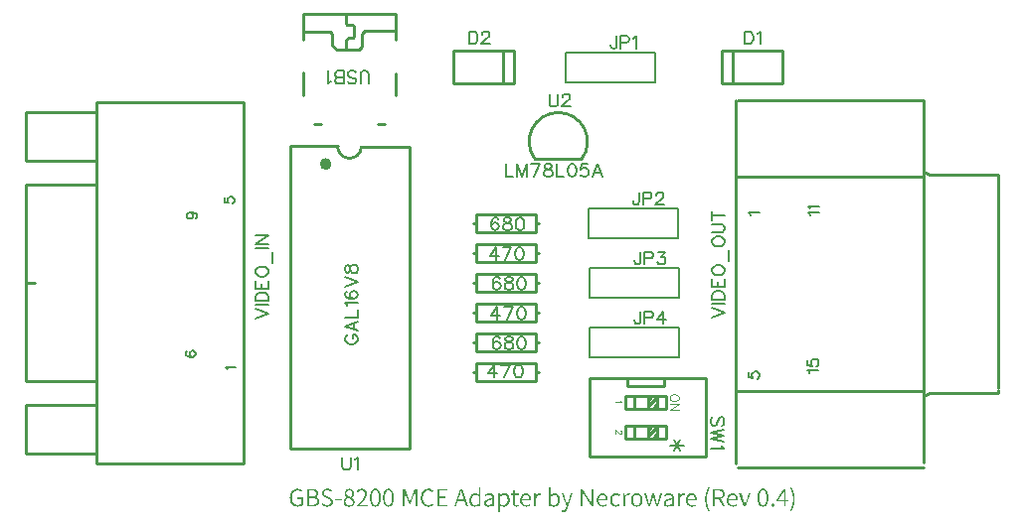
<source format=gto>
G04 Layer: TopSilkLayer*
G04 EasyEDA v6.4.7, 2020-10-15T22:52:29+02:00*
G04 2786f9b4839048089c5c5578f9f1eb2f,6cad3e709bf64c02bac7d46d3581b9cb,10*
G04 Gerber Generator version 0.2*
G04 Scale: 100 percent, Rotated: No, Reflected: No *
G04 Dimensions in millimeters *
G04 leading zeros omitted , absolute positions ,3 integer and 3 decimal *
%FSLAX33Y33*%
%MOMM*%
G90*
D02*

%ADD10C,0.254000*%
%ADD24C,0.203200*%
%ADD25C,0.202999*%
%ADD26C,0.499999*%
%ADD27C,0.152400*%
%ADD28C,0.100000*%
%ADD29C,0.127000*%

%LPD*%
G54D10*
G01X41349Y32155D02*
G01X37390Y32155D01*
G54D24*
G01X41910Y41275D02*
G01X40005Y41275D01*
G01X40005Y38735D01*
G01X47625Y38735D01*
G01X47625Y41275D01*
G54D25*
G01X47625Y41275D02*
G01X41910Y41275D01*
G54D24*
G01X43815Y27940D02*
G01X41910Y27940D01*
G01X41910Y25400D01*
G01X49530Y25400D01*
G01X49530Y27940D01*
G54D25*
G01X49530Y27940D02*
G01X43815Y27940D01*
G54D24*
G01X43942Y22860D02*
G01X42037Y22860D01*
G01X42037Y20320D01*
G01X49657Y20320D01*
G01X49657Y22860D01*
G54D25*
G01X49657Y22860D02*
G01X43942Y22860D01*
G54D24*
G01X43942Y17780D02*
G01X42037Y17780D01*
G01X42037Y15240D01*
G01X49657Y15240D01*
G01X49657Y17780D01*
G54D25*
G01X49657Y17780D02*
G01X43942Y17780D01*
G54D10*
G01X26590Y7493D02*
G01X16590Y7493D01*
G01X26670Y33219D02*
G01X22987Y33219D01*
G01X22987Y33219D02*
G01X22606Y33219D01*
G01X16510Y33274D02*
G01X20574Y33274D01*
G01X26670Y33219D02*
G01X26670Y7493D01*
G01X16510Y33274D02*
G01X16510Y7493D01*
G01X32385Y26670D02*
G01X32131Y26670D01*
G01X37465Y26670D02*
G01X37719Y26670D01*
G01X32385Y26670D02*
G01X32385Y27432D01*
G01X32385Y25908D02*
G01X32385Y26670D01*
G01X37465Y25908D02*
G01X32385Y25908D01*
G01X37465Y26670D02*
G01X37465Y25908D01*
G01X37465Y27432D02*
G01X37465Y26670D01*
G01X32385Y27432D02*
G01X37465Y27432D01*
G01X25443Y43122D02*
G01X22853Y43122D01*
G01X22599Y42868D01*
G01X22599Y41751D01*
G01X22370Y41522D01*
G01X20490Y41522D01*
G01X20135Y41878D01*
G01X20135Y42817D01*
G01X19906Y43046D01*
G01X17658Y43046D01*
G01X21252Y44367D02*
G01X21252Y43732D01*
G01X21405Y43579D01*
G01X21862Y43579D01*
G01X21964Y43478D01*
G01X21964Y42640D01*
G01X21862Y42538D01*
G01X21506Y42538D01*
G01X21303Y42335D01*
G01X21303Y42259D01*
G01X21303Y41522D01*
G01X24583Y35172D02*
G01X23994Y35172D01*
G01X19145Y35172D02*
G01X18596Y35172D01*
G01X25482Y37588D02*
G01X25482Y39512D01*
G01X25482Y42338D02*
G01X25482Y44522D01*
G01X17658Y37579D02*
G01X17658Y39522D01*
G01X17658Y42329D02*
G01X17658Y44522D01*
G01X25482Y44522D02*
G01X17658Y44522D01*
G01X32385Y21590D02*
G01X32131Y21590D01*
G01X37465Y21590D02*
G01X37719Y21590D01*
G01X32385Y21590D02*
G01X32385Y22352D01*
G01X32385Y20828D02*
G01X32385Y21590D01*
G01X37465Y20828D02*
G01X32385Y20828D01*
G01X37465Y21590D02*
G01X37465Y20828D01*
G01X37465Y22352D02*
G01X37465Y21590D01*
G01X32385Y22352D02*
G01X37465Y22352D01*
G01X32385Y16510D02*
G01X32131Y16510D01*
G01X37465Y16510D02*
G01X37719Y16510D01*
G01X32385Y16510D02*
G01X32385Y17272D01*
G01X32385Y15748D02*
G01X32385Y16510D01*
G01X37465Y15748D02*
G01X32385Y15748D01*
G01X37465Y16510D02*
G01X37465Y15748D01*
G01X37465Y17272D02*
G01X37465Y16510D01*
G01X32385Y17272D02*
G01X37465Y17272D01*
G01X32385Y24130D02*
G01X32131Y24130D01*
G01X37465Y24130D02*
G01X37719Y24130D01*
G01X32385Y24130D02*
G01X32385Y24892D01*
G01X32385Y23368D02*
G01X32385Y24130D01*
G01X37465Y23368D02*
G01X32385Y23368D01*
G01X37465Y24130D02*
G01X37465Y23368D01*
G01X37465Y24892D02*
G01X37465Y24130D01*
G01X32385Y24892D02*
G01X37465Y24892D01*
G01X32385Y19050D02*
G01X32131Y19050D01*
G01X37465Y19050D02*
G01X37719Y19050D01*
G01X32385Y19050D02*
G01X32385Y19812D01*
G01X32385Y18288D02*
G01X32385Y19050D01*
G01X37465Y18288D02*
G01X32385Y18288D01*
G01X37465Y19050D02*
G01X37465Y18288D01*
G01X37465Y19812D02*
G01X37465Y19050D01*
G01X32385Y19812D02*
G01X37465Y19812D01*
G01X32385Y13970D02*
G01X32131Y13970D01*
G01X37465Y13970D02*
G01X37719Y13970D01*
G01X32385Y13970D02*
G01X32385Y14732D01*
G01X32385Y13208D02*
G01X32385Y13970D01*
G01X37465Y13208D02*
G01X32385Y13208D01*
G01X37465Y13970D02*
G01X37465Y13208D01*
G01X37465Y14732D02*
G01X37465Y13970D01*
G01X32385Y14732D02*
G01X37465Y14732D01*
G01X48522Y11939D02*
G01X45072Y11939D01*
G01X45072Y10889D01*
G01X48492Y10889D01*
G01X48522Y10889D01*
G01X48522Y11939D01*
G01X47811Y11811D02*
G01X47811Y10941D01*
G01X47032Y11832D02*
G01X47032Y10962D01*
G01X47811Y11841D02*
G01X47061Y11091D01*
G01X47031Y11091D01*
G01X47031Y11631D02*
G01X47301Y11901D01*
G01X47811Y11241D02*
G01X47571Y11001D01*
G01X47571Y10971D01*
G01X45861Y11811D02*
G01X45861Y10941D01*
G01X51943Y13436D02*
G01X51943Y6816D01*
G01X51936Y6807D02*
G01X42037Y6807D01*
G01X42037Y13452D02*
G01X42037Y6807D01*
G01X51936Y13462D02*
G01X42037Y13462D01*
G01X48514Y9396D02*
G01X45064Y9396D01*
G01X45064Y8346D01*
G01X48484Y8346D01*
G01X48514Y8346D01*
G01X48514Y9396D01*
G01X47803Y9268D02*
G01X47803Y8399D01*
G01X47025Y9289D02*
G01X47025Y8419D01*
G01X47803Y9298D02*
G01X47053Y8549D01*
G01X47023Y8549D01*
G01X47023Y9089D02*
G01X47293Y9359D01*
G01X47803Y8698D02*
G01X47563Y8458D01*
G01X47563Y8428D01*
G01X45853Y9268D02*
G01X45853Y8399D01*
G01X47625Y13462D02*
G01X48387Y13462D01*
G01X48387Y12827D01*
G01X45237Y12827D01*
G01X45237Y13462D01*
G01X45770Y13462D01*
G01X53280Y41404D02*
G01X58479Y41404D01*
G01X58479Y41404D02*
G01X58479Y38605D01*
G01X53280Y38605D02*
G01X58479Y38605D01*
G01X53280Y41404D02*
G01X53280Y38605D01*
G01X54239Y41404D02*
G01X54239Y38605D01*
G01X35619Y38605D02*
G01X30420Y38605D01*
G01X30420Y38605D02*
G01X30420Y41404D01*
G01X35619Y41404D02*
G01X30420Y41404D01*
G01X35619Y38605D02*
G01X35619Y41404D01*
G01X34660Y38605D02*
G01X34660Y41404D01*
G01X25Y36990D02*
G01X12525Y36990D01*
G01X12525Y6190D01*
G01X25Y6190D01*
G01X25Y36990D01*
G01X-5254Y21595D02*
G01X-5954Y21595D01*
G01X25Y13220D02*
G01X-5974Y13220D01*
G01X-5974Y29970D01*
G01X25Y29970D01*
G01X25Y11160D02*
G01X-5974Y11160D01*
G01X25Y7020D02*
G01X-5974Y7020D01*
G01X-5974Y11130D01*
G01X-5974Y36130D02*
G01X-5974Y32020D01*
G01X25Y32020D01*
G01X25Y36160D02*
G01X-5974Y36160D01*
G01X76835Y12472D02*
G01X76835Y12218D01*
G01X70993Y12218D01*
G01X70485Y11964D01*
G01X54483Y37151D02*
G01X54483Y6172D01*
G01X70489Y37082D02*
G01X70489Y6241D01*
G01X54635Y37156D02*
G01X70489Y37156D01*
G01X76835Y30662D02*
G01X76835Y12662D01*
G01X76835Y30552D02*
G01X76835Y30806D01*
G01X70993Y30806D01*
G01X70485Y31060D01*
G01X70485Y12362D02*
G01X54478Y12362D01*
G01X54635Y5868D02*
G01X70489Y5868D01*
G01X70485Y30662D02*
G01X54478Y30662D01*

%LPD*%
G36*
G01X20909Y3172D02*
G01X20393Y3172D01*
G01X20393Y3042D01*
G01X20909Y3042D01*
G01X20909Y3172D01*
G37*

%LPD*%
G36*
G01X58745Y4028D02*
G01X58569Y4028D01*
G01X57937Y3063D01*
G01X57937Y2954D01*
G01X58590Y2954D01*
G01X58590Y2540D01*
G01X58745Y2540D01*
G01X58745Y2954D01*
G01X58948Y2954D01*
G01X58948Y3086D01*
G01X58745Y3086D01*
G01X58745Y4028D01*
G37*

%LPC*%
G36*
G01X58602Y3835D02*
G01X58592Y3835D01*
G01X58563Y3781D01*
G01X58473Y3619D01*
G01X58115Y3086D01*
G01X58590Y3086D01*
G01X58590Y3571D01*
G01X58591Y3632D01*
G01X58593Y3702D01*
G01X58597Y3772D01*
G01X58602Y3835D01*
G37*

%LPD*%
G36*
G01X54942Y3637D02*
G01X54770Y3637D01*
G01X55168Y2540D01*
G01X55361Y2540D01*
G01X55755Y3637D01*
G01X55592Y3637D01*
G01X55374Y2999D01*
G01X55349Y2917D01*
G01X55323Y2835D01*
G01X55296Y2754D01*
G01X55270Y2677D01*
G01X55262Y2677D01*
G01X55237Y2754D01*
G01X55210Y2835D01*
G01X55158Y2999D01*
G01X54942Y3637D01*
G37*

%LPD*%
G36*
G01X53025Y4028D02*
G01X52567Y4028D01*
G01X52567Y2540D01*
G01X52738Y2540D01*
G01X52738Y3182D01*
G01X53014Y3182D01*
G01X53388Y2540D01*
G01X53576Y2540D01*
G01X53192Y3197D01*
G01X53243Y3211D01*
G01X53290Y3229D01*
G01X53334Y3250D01*
G01X53375Y3275D01*
G01X53411Y3304D01*
G01X53443Y3336D01*
G01X53471Y3373D01*
G01X53494Y3413D01*
G01X53513Y3457D01*
G01X53526Y3505D01*
G01X53535Y3558D01*
G01X53538Y3614D01*
G01X53533Y3686D01*
G01X53521Y3751D01*
G01X53500Y3807D01*
G01X53472Y3857D01*
G01X53437Y3899D01*
G01X53394Y3935D01*
G01X53346Y3965D01*
G01X53292Y3988D01*
G01X53232Y4006D01*
G01X53167Y4018D01*
G01X53098Y4025D01*
G01X53025Y4028D01*
G37*

%LPC*%
G36*
G01X52997Y3891D02*
G01X52738Y3891D01*
G01X52738Y3319D01*
G01X52997Y3319D01*
G01X53082Y3324D01*
G01X53157Y3338D01*
G01X53221Y3360D01*
G01X53274Y3392D01*
G01X53316Y3434D01*
G01X53346Y3484D01*
G01X53364Y3544D01*
G01X53370Y3614D01*
G01X53364Y3684D01*
G01X53346Y3743D01*
G01X53316Y3791D01*
G01X53274Y3829D01*
G01X53221Y3857D01*
G01X53157Y3876D01*
G01X53082Y3887D01*
G01X52997Y3891D01*
G37*

%LPD*%
G36*
G01X50064Y3664D02*
G01X50032Y3665D01*
G01X49986Y3661D01*
G01X49942Y3648D01*
G01X49899Y3629D01*
G01X49859Y3602D01*
G01X49820Y3569D01*
G01X49785Y3530D01*
G01X49752Y3485D01*
G01X49723Y3436D01*
G01X49715Y3436D01*
G01X49700Y3637D01*
G01X49565Y3637D01*
G01X49565Y2540D01*
G01X49730Y2540D01*
G01X49730Y3256D01*
G01X49760Y3322D01*
G01X49792Y3377D01*
G01X49827Y3421D01*
G01X49864Y3457D01*
G01X49901Y3483D01*
G01X49939Y3501D01*
G01X49976Y3511D01*
G01X50012Y3515D01*
G01X50041Y3514D01*
G01X50066Y3511D01*
G01X50090Y3505D01*
G01X50116Y3497D01*
G01X50149Y3642D01*
G01X50121Y3653D01*
G01X50094Y3660D01*
G01X50064Y3664D01*
G37*

%LPD*%
G36*
G01X46875Y3637D02*
G01X46705Y3637D01*
G01X47015Y2540D01*
G01X47210Y2540D01*
G01X47371Y3149D01*
G01X47393Y3227D01*
G01X47414Y3306D01*
G01X47432Y3387D01*
G01X47449Y3469D01*
G01X47459Y3469D01*
G01X47479Y3387D01*
G01X47517Y3229D01*
G01X47538Y3152D01*
G01X47703Y2540D01*
G01X47904Y2540D01*
G01X48206Y3637D01*
G01X48046Y3637D01*
G01X47879Y2984D01*
G01X47860Y2907D01*
G01X47826Y2757D01*
G01X47807Y2682D01*
G01X47800Y2682D01*
G01X47779Y2757D01*
G01X47761Y2832D01*
G01X47741Y2907D01*
G01X47721Y2984D01*
G01X47543Y3637D01*
G01X47376Y3637D01*
G01X47200Y2984D01*
G01X47180Y2907D01*
G01X47142Y2757D01*
G01X47122Y2682D01*
G01X47114Y2682D01*
G01X47097Y2757D01*
G01X47065Y2907D01*
G01X47048Y2984D01*
G01X46875Y3637D01*
G37*

%LPD*%
G36*
G01X45381Y3664D02*
G01X45349Y3665D01*
G01X45302Y3661D01*
G01X45258Y3648D01*
G01X45216Y3629D01*
G01X45175Y3602D01*
G01X45136Y3569D01*
G01X45101Y3530D01*
G01X45068Y3485D01*
G01X45039Y3436D01*
G01X45031Y3436D01*
G01X45016Y3637D01*
G01X44881Y3637D01*
G01X44881Y2540D01*
G01X45046Y2540D01*
G01X45046Y3256D01*
G01X45076Y3322D01*
G01X45108Y3377D01*
G01X45143Y3421D01*
G01X45180Y3457D01*
G01X45217Y3483D01*
G01X45255Y3501D01*
G01X45292Y3511D01*
G01X45328Y3515D01*
G01X45357Y3514D01*
G01X45382Y3511D01*
G01X45406Y3505D01*
G01X45432Y3497D01*
G01X45466Y3642D01*
G01X45438Y3653D01*
G01X45410Y3660D01*
G01X45381Y3664D01*
G37*

%LPD*%
G36*
G01X41465Y4028D02*
G01X41292Y4028D01*
G01X41292Y2540D01*
G01X41452Y2540D01*
G01X41452Y3413D01*
G01X41450Y3470D01*
G01X41445Y3584D01*
G01X41439Y3696D01*
G01X41435Y3752D01*
G01X41432Y3807D01*
G01X41442Y3807D01*
G01X41605Y3502D01*
G01X42164Y2540D01*
G01X42336Y2540D01*
G01X42336Y4028D01*
G01X42176Y4028D01*
G01X42176Y3223D01*
G01X42178Y3107D01*
G01X42181Y3048D01*
G01X42184Y2990D01*
G01X42187Y2931D01*
G01X42191Y2872D01*
G01X42199Y2758D01*
G01X42189Y2758D01*
G01X42029Y3063D01*
G01X41465Y4028D01*
G37*

%LPD*%
G36*
G01X37822Y3664D02*
G01X37790Y3665D01*
G01X37743Y3661D01*
G01X37699Y3648D01*
G01X37657Y3629D01*
G01X37615Y3602D01*
G01X37577Y3569D01*
G01X37542Y3530D01*
G01X37509Y3485D01*
G01X37480Y3436D01*
G01X37472Y3436D01*
G01X37457Y3637D01*
G01X37322Y3637D01*
G01X37322Y2540D01*
G01X37487Y2540D01*
G01X37487Y3256D01*
G01X37517Y3322D01*
G01X37549Y3377D01*
G01X37584Y3421D01*
G01X37621Y3457D01*
G01X37658Y3483D01*
G01X37696Y3501D01*
G01X37733Y3511D01*
G01X37769Y3515D01*
G01X37798Y3514D01*
G01X37823Y3511D01*
G01X37847Y3505D01*
G01X37873Y3497D01*
G01X37906Y3642D01*
G01X37879Y3653D01*
G01X37851Y3660D01*
G01X37822Y3664D01*
G37*

%LPD*%
G36*
G01X31178Y4028D02*
G01X30993Y4028D01*
G01X30485Y2540D01*
G01X30652Y2540D01*
G01X30805Y3009D01*
G01X31361Y3009D01*
G01X31508Y2540D01*
G01X31689Y2540D01*
G01X31178Y4028D01*
G37*

%LPC*%
G36*
G01X31087Y3886D02*
G01X31079Y3886D01*
G01X31060Y3821D01*
G01X31041Y3757D01*
G01X31023Y3694D01*
G01X31004Y3631D01*
G01X30985Y3569D01*
G01X30946Y3445D01*
G01X30927Y3383D01*
G01X30848Y3141D01*
G01X31318Y3141D01*
G01X31242Y3383D01*
G01X31220Y3445D01*
G01X31200Y3508D01*
G01X31180Y3570D01*
G01X31161Y3632D01*
G01X31142Y3695D01*
G01X31124Y3758D01*
G01X31105Y3821D01*
G01X31087Y3886D01*
G37*

%LPD*%
G36*
G01X29890Y4028D02*
G01X29042Y4028D01*
G01X29042Y2540D01*
G01X29911Y2540D01*
G01X29911Y2682D01*
G01X29210Y2682D01*
G01X29210Y3253D01*
G01X29781Y3253D01*
G01X29781Y3395D01*
G01X29210Y3395D01*
G01X29210Y3886D01*
G01X29890Y3886D01*
G01X29890Y4028D01*
G37*

%LPD*%
G36*
G01X26327Y4028D02*
G01X26121Y4028D01*
G01X26121Y2540D01*
G01X26273Y2540D01*
G01X26273Y3448D01*
G01X26271Y3501D01*
G01X26269Y3557D01*
G01X26266Y3613D01*
G01X26263Y3670D01*
G01X26260Y3726D01*
G01X26256Y3780D01*
G01X26253Y3830D01*
G01X26261Y3830D01*
G01X26377Y3492D01*
G01X26670Y2692D01*
G01X26786Y2692D01*
G01X27076Y3492D01*
G01X27195Y3830D01*
G01X27203Y3830D01*
G01X27200Y3780D01*
G01X27196Y3726D01*
G01X27193Y3670D01*
G01X27190Y3613D01*
G01X27187Y3557D01*
G01X27185Y3501D01*
G01X27183Y3448D01*
G01X27183Y2540D01*
G01X27340Y2540D01*
G01X27340Y4028D01*
G01X27132Y4028D01*
G01X26842Y3215D01*
G01X26816Y3135D01*
G01X26790Y3056D01*
G01X26764Y2976D01*
G01X26738Y2898D01*
G01X26728Y2898D01*
G01X26700Y2976D01*
G01X26674Y3056D01*
G01X26647Y3135D01*
G01X26619Y3215D01*
G01X26327Y4028D01*
G37*

%LPD*%
G36*
G01X22690Y4050D02*
G01X22626Y4053D01*
G01X22560Y4049D01*
G01X22498Y4038D01*
G01X22440Y4019D01*
G01X22386Y3993D01*
G01X22335Y3962D01*
G01X22286Y3925D01*
G01X22239Y3882D01*
G01X22194Y3835D01*
G01X22291Y3743D01*
G01X22324Y3780D01*
G01X22359Y3813D01*
G01X22396Y3843D01*
G01X22435Y3868D01*
G01X22475Y3889D01*
G01X22518Y3906D01*
G01X22562Y3915D01*
G01X22608Y3919D01*
G01X22676Y3913D01*
G01X22734Y3895D01*
G01X22782Y3868D01*
G01X22821Y3831D01*
G01X22852Y3786D01*
G01X22873Y3733D01*
G01X22886Y3675D01*
G01X22890Y3611D01*
G01X22888Y3573D01*
G01X22883Y3533D01*
G01X22876Y3493D01*
G01X22864Y3451D01*
G01X22850Y3409D01*
G01X22832Y3367D01*
G01X22810Y3322D01*
G01X22785Y3277D01*
G01X22757Y3231D01*
G01X22725Y3184D01*
G01X22690Y3135D01*
G01X22651Y3086D01*
G01X22608Y3035D01*
G01X22562Y2983D01*
G01X22512Y2929D01*
G01X22458Y2874D01*
G01X22400Y2817D01*
G01X22339Y2759D01*
G01X22273Y2700D01*
G01X22204Y2639D01*
G01X22204Y2540D01*
G01X23124Y2540D01*
G01X23124Y2682D01*
G01X22697Y2682D01*
G01X22639Y2681D01*
G01X22578Y2678D01*
G01X22515Y2674D01*
G01X22453Y2669D01*
G01X22507Y2720D01*
G01X22559Y2771D01*
G01X22609Y2821D01*
G01X22656Y2871D01*
G01X22701Y2919D01*
G01X22744Y2968D01*
G01X22784Y3017D01*
G01X22822Y3064D01*
G01X22857Y3112D01*
G01X22890Y3159D01*
G01X22920Y3206D01*
G01X22947Y3253D01*
G01X22971Y3299D01*
G01X22992Y3345D01*
G01X23010Y3391D01*
G01X23025Y3437D01*
G01X23037Y3483D01*
G01X23045Y3528D01*
G01X23051Y3574D01*
G01X23053Y3619D01*
G01X23049Y3683D01*
G01X23039Y3743D01*
G01X23023Y3798D01*
G01X23001Y3849D01*
G01X22972Y3895D01*
G01X22938Y3935D01*
G01X22899Y3970D01*
G01X22854Y3999D01*
G01X22804Y4023D01*
G01X22749Y4040D01*
G01X22690Y4050D01*
G37*

%LPD*%
G36*
G01X18409Y4028D02*
G01X17980Y4028D01*
G01X17980Y2540D01*
G01X18442Y2540D01*
G01X18503Y2541D01*
G01X18562Y2546D01*
G01X18618Y2555D01*
G01X18671Y2566D01*
G01X18721Y2582D01*
G01X18767Y2600D01*
G01X18810Y2623D01*
G01X18849Y2648D01*
G01X18884Y2677D01*
G01X18915Y2709D01*
G01X18942Y2745D01*
G01X18965Y2784D01*
G01X18983Y2826D01*
G01X18996Y2872D01*
G01X19004Y2921D01*
G01X19006Y2974D01*
G01X19001Y3046D01*
G01X18983Y3110D01*
G01X18957Y3167D01*
G01X18920Y3216D01*
G01X18875Y3257D01*
G01X18822Y3290D01*
G01X18762Y3315D01*
G01X18696Y3332D01*
G01X18696Y3340D01*
G01X18747Y3361D01*
G01X18791Y3390D01*
G01X18829Y3424D01*
G01X18860Y3464D01*
G01X18885Y3508D01*
G01X18903Y3557D01*
G01X18914Y3608D01*
G01X18917Y3662D01*
G01X18913Y3724D01*
G01X18901Y3779D01*
G01X18881Y3829D01*
G01X18853Y3872D01*
G01X18819Y3910D01*
G01X18778Y3942D01*
G01X18730Y3969D01*
G01X18677Y3991D01*
G01X18617Y4007D01*
G01X18553Y4019D01*
G01X18484Y4026D01*
G01X18409Y4028D01*
G37*

%LPC*%
G36*
G01X18417Y3258D02*
G01X18148Y3258D01*
G01X18148Y2674D01*
G01X18417Y2674D01*
G01X18481Y2676D01*
G01X18540Y2682D01*
G01X18595Y2692D01*
G01X18645Y2707D01*
G01X18689Y2725D01*
G01X18728Y2748D01*
G01X18762Y2775D01*
G01X18790Y2807D01*
G01X18812Y2843D01*
G01X18828Y2884D01*
G01X18838Y2931D01*
G01X18841Y2981D01*
G01X18838Y3027D01*
G01X18829Y3068D01*
G01X18813Y3105D01*
G01X18791Y3138D01*
G01X18763Y3167D01*
G01X18730Y3191D01*
G01X18691Y3212D01*
G01X18647Y3229D01*
G01X18597Y3242D01*
G01X18542Y3251D01*
G01X18482Y3256D01*
G01X18417Y3258D01*
G37*
G36*
G01X18387Y3893D02*
G01X18148Y3893D01*
G01X18148Y3388D01*
G01X18376Y3388D01*
G01X18469Y3392D01*
G01X18548Y3406D01*
G01X18613Y3427D01*
G01X18664Y3457D01*
G01X18704Y3494D01*
G01X18731Y3537D01*
G01X18747Y3586D01*
G01X18752Y3642D01*
G01X18747Y3705D01*
G01X18729Y3758D01*
G01X18700Y3802D01*
G01X18660Y3836D01*
G01X18609Y3862D01*
G01X18546Y3880D01*
G01X18471Y3890D01*
G01X18387Y3893D01*
G37*

%LPD*%
G36*
G01X57671Y2769D02*
G01X57622Y2778D01*
G01X57575Y2769D01*
G01X57535Y2741D01*
G01X57508Y2699D01*
G01X57497Y2644D01*
G01X57508Y2590D01*
G01X57535Y2549D01*
G01X57575Y2523D01*
G01X57622Y2514D01*
G01X57671Y2523D01*
G01X57711Y2549D01*
G01X57739Y2590D01*
G01X57749Y2644D01*
G01X57739Y2699D01*
G01X57711Y2741D01*
G01X57671Y2769D01*
G37*

%LPD*%
G36*
G01X56845Y4050D02*
G01X56794Y4053D01*
G01X56742Y4050D01*
G01X56693Y4042D01*
G01X56647Y4027D01*
G01X56603Y4007D01*
G01X56563Y3980D01*
G01X56525Y3947D01*
G01X56491Y3909D01*
G01X56460Y3864D01*
G01X56432Y3814D01*
G01X56407Y3757D01*
G01X56386Y3695D01*
G01X56369Y3626D01*
G01X56354Y3551D01*
G01X56345Y3470D01*
G01X56339Y3382D01*
G01X56337Y3289D01*
G01X56339Y3194D01*
G01X56345Y3106D01*
G01X56354Y3024D01*
G01X56369Y2948D01*
G01X56386Y2878D01*
G01X56407Y2815D01*
G01X56432Y2757D01*
G01X56460Y2706D01*
G01X56491Y2661D01*
G01X56525Y2622D01*
G01X56563Y2589D01*
G01X56603Y2562D01*
G01X56647Y2541D01*
G01X56693Y2526D01*
G01X56742Y2517D01*
G01X56794Y2514D01*
G01X56845Y2517D01*
G01X56893Y2526D01*
G01X56939Y2541D01*
G01X56981Y2562D01*
G01X57021Y2589D01*
G01X57059Y2622D01*
G01X57093Y2661D01*
G01X57124Y2706D01*
G01X57152Y2757D01*
G01X57176Y2815D01*
G01X57197Y2878D01*
G01X57215Y2948D01*
G01X57228Y3024D01*
G01X57238Y3106D01*
G01X57244Y3194D01*
G01X57246Y3289D01*
G01X57244Y3382D01*
G01X57238Y3470D01*
G01X57228Y3551D01*
G01X57215Y3626D01*
G01X57197Y3695D01*
G01X57176Y3757D01*
G01X57152Y3814D01*
G01X57124Y3864D01*
G01X57093Y3909D01*
G01X57059Y3947D01*
G01X57021Y3980D01*
G01X56981Y4007D01*
G01X56939Y4027D01*
G01X56893Y4042D01*
G01X56845Y4050D01*
G37*

%LPC*%
G36*
G01X56836Y3915D02*
G01X56794Y3919D01*
G01X56751Y3915D01*
G01X56710Y3902D01*
G01X56672Y3881D01*
G01X56638Y3852D01*
G01X56606Y3814D01*
G01X56579Y3767D01*
G01X56555Y3710D01*
G01X56534Y3645D01*
G01X56518Y3570D01*
G01X56506Y3486D01*
G01X56499Y3392D01*
G01X56497Y3289D01*
G01X56499Y3183D01*
G01X56506Y3088D01*
G01X56518Y3002D01*
G01X56534Y2926D01*
G01X56555Y2859D01*
G01X56579Y2802D01*
G01X56606Y2754D01*
G01X56638Y2715D01*
G01X56672Y2684D01*
G01X56710Y2663D01*
G01X56751Y2650D01*
G01X56794Y2646D01*
G01X56836Y2650D01*
G01X56876Y2663D01*
G01X56912Y2684D01*
G01X56946Y2715D01*
G01X56977Y2754D01*
G01X57005Y2802D01*
G01X57029Y2859D01*
G01X57048Y2926D01*
G01X57065Y3002D01*
G01X57076Y3088D01*
G01X57083Y3183D01*
G01X57086Y3289D01*
G01X57083Y3392D01*
G01X57076Y3486D01*
G01X57065Y3570D01*
G01X57048Y3645D01*
G01X57029Y3710D01*
G01X57005Y3767D01*
G01X56977Y3814D01*
G01X56946Y3852D01*
G01X56912Y3881D01*
G01X56876Y3902D01*
G01X56836Y3915D01*
G37*

%LPD*%
G36*
G01X54277Y3661D02*
G01X54211Y3665D01*
G01X54164Y3662D01*
G01X54117Y3655D01*
G01X54072Y3642D01*
G01X54028Y3625D01*
G01X53986Y3603D01*
G01X53945Y3576D01*
G01X53907Y3545D01*
G01X53871Y3510D01*
G01X53839Y3470D01*
G01X53809Y3427D01*
G01X53783Y3379D01*
G01X53762Y3328D01*
G01X53744Y3274D01*
G01X53731Y3215D01*
G01X53723Y3153D01*
G01X53721Y3088D01*
G01X53723Y3022D01*
G01X53731Y2960D01*
G01X53744Y2901D01*
G01X53761Y2846D01*
G01X53783Y2795D01*
G01X53809Y2748D01*
G01X53839Y2705D01*
G01X53872Y2666D01*
G01X53909Y2631D01*
G01X53949Y2600D01*
G01X53992Y2575D01*
G01X54037Y2553D01*
G01X54086Y2536D01*
G01X54136Y2524D01*
G01X54188Y2517D01*
G01X54241Y2514D01*
G01X54297Y2517D01*
G01X54348Y2523D01*
G01X54397Y2533D01*
G01X54442Y2547D01*
G01X54485Y2564D01*
G01X54525Y2583D01*
G01X54563Y2604D01*
G01X54599Y2626D01*
G01X54538Y2735D01*
G01X54476Y2697D01*
G01X54409Y2670D01*
G01X54338Y2652D01*
G01X54262Y2646D01*
G01X54208Y2650D01*
G01X54158Y2659D01*
G01X54111Y2675D01*
G01X54068Y2697D01*
G01X54029Y2725D01*
G01X53994Y2758D01*
G01X53964Y2796D01*
G01X53938Y2839D01*
G01X53918Y2886D01*
G01X53902Y2938D01*
G01X53891Y2993D01*
G01X53886Y3053D01*
G01X54635Y3053D01*
G01X54638Y3073D01*
G01X54640Y3097D01*
G01X54642Y3124D01*
G01X54643Y3152D01*
G01X54639Y3228D01*
G01X54630Y3300D01*
G01X54614Y3366D01*
G01X54592Y3426D01*
G01X54563Y3480D01*
G01X54530Y3527D01*
G01X54490Y3568D01*
G01X54444Y3602D01*
G01X54394Y3629D01*
G01X54338Y3649D01*
G01X54277Y3661D01*
G37*

%LPC*%
G36*
G01X54277Y3525D02*
G01X54213Y3530D01*
G01X54153Y3524D01*
G01X54096Y3506D01*
G01X54044Y3477D01*
G01X53996Y3436D01*
G01X53955Y3385D01*
G01X53922Y3324D01*
G01X53897Y3254D01*
G01X53883Y3175D01*
G01X54498Y3175D01*
G01X54493Y3257D01*
G01X54478Y3328D01*
G01X54455Y3390D01*
G01X54422Y3440D01*
G01X54381Y3479D01*
G01X54333Y3507D01*
G01X54277Y3525D01*
G37*

%LPD*%
G36*
G01X50784Y3661D02*
G01X50718Y3665D01*
G01X50671Y3662D01*
G01X50624Y3655D01*
G01X50579Y3642D01*
G01X50534Y3625D01*
G01X50492Y3603D01*
G01X50452Y3576D01*
G01X50413Y3545D01*
G01X50378Y3510D01*
G01X50345Y3470D01*
G01X50316Y3427D01*
G01X50290Y3379D01*
G01X50269Y3328D01*
G01X50251Y3274D01*
G01X50239Y3215D01*
G01X50231Y3153D01*
G01X50228Y3088D01*
G01X50231Y3022D01*
G01X50239Y2960D01*
G01X50251Y2901D01*
G01X50269Y2846D01*
G01X50290Y2795D01*
G01X50316Y2748D01*
G01X50346Y2705D01*
G01X50380Y2666D01*
G01X50416Y2631D01*
G01X50457Y2600D01*
G01X50500Y2575D01*
G01X50545Y2553D01*
G01X50593Y2536D01*
G01X50643Y2524D01*
G01X50695Y2517D01*
G01X50749Y2514D01*
G01X50804Y2517D01*
G01X50856Y2523D01*
G01X50904Y2533D01*
G01X50950Y2547D01*
G01X50993Y2564D01*
G01X51033Y2583D01*
G01X51071Y2604D01*
G01X51107Y2626D01*
G01X51046Y2735D01*
G01X50983Y2697D01*
G01X50917Y2670D01*
G01X50846Y2652D01*
G01X50769Y2646D01*
G01X50715Y2650D01*
G01X50665Y2659D01*
G01X50619Y2675D01*
G01X50575Y2697D01*
G01X50537Y2725D01*
G01X50502Y2758D01*
G01X50472Y2796D01*
G01X50446Y2839D01*
G01X50425Y2886D01*
G01X50409Y2938D01*
G01X50398Y2993D01*
G01X50393Y3053D01*
G01X51142Y3053D01*
G01X51146Y3073D01*
G01X51148Y3097D01*
G01X51150Y3124D01*
G01X51150Y3152D01*
G01X51147Y3228D01*
G01X51137Y3300D01*
G01X51121Y3366D01*
G01X51099Y3426D01*
G01X51071Y3480D01*
G01X51037Y3527D01*
G01X50997Y3568D01*
G01X50952Y3602D01*
G01X50902Y3629D01*
G01X50845Y3649D01*
G01X50784Y3661D01*
G37*

%LPC*%
G36*
G01X50782Y3525D02*
G01X50718Y3530D01*
G01X50658Y3524D01*
G01X50602Y3506D01*
G01X50549Y3477D01*
G01X50502Y3436D01*
G01X50461Y3385D01*
G01X50429Y3324D01*
G01X50405Y3254D01*
G01X50391Y3175D01*
G01X51003Y3175D01*
G01X50998Y3257D01*
G01X50983Y3328D01*
G01X50960Y3390D01*
G01X50928Y3440D01*
G01X50887Y3479D01*
G01X50839Y3507D01*
G01X50782Y3525D01*
G37*

%LPD*%
G36*
G01X48895Y3661D02*
G01X48831Y3665D01*
G01X48766Y3661D01*
G01X48704Y3651D01*
G01X48645Y3636D01*
G01X48588Y3616D01*
G01X48535Y3594D01*
G01X48487Y3569D01*
G01X48443Y3544D01*
G01X48404Y3520D01*
G01X48473Y3406D01*
G01X48540Y3449D01*
G01X48620Y3488D01*
G01X48709Y3517D01*
G01X48806Y3528D01*
G01X48870Y3521D01*
G01X48922Y3502D01*
G01X48963Y3473D01*
G01X48994Y3436D01*
G01X49016Y3391D01*
G01X49030Y3341D01*
G01X49038Y3288D01*
G01X49039Y3233D01*
G01X48954Y3222D01*
G01X48874Y3210D01*
G01X48801Y3196D01*
G01X48733Y3180D01*
G01X48672Y3162D01*
G01X48616Y3143D01*
G01X48566Y3121D01*
G01X48522Y3098D01*
G01X48483Y3072D01*
G01X48449Y3043D01*
G01X48421Y3013D01*
G01X48399Y2980D01*
G01X48381Y2944D01*
G01X48368Y2906D01*
G01X48361Y2865D01*
G01X48359Y2821D01*
G01X48365Y2751D01*
G01X48383Y2690D01*
G01X48411Y2637D01*
G01X48449Y2593D01*
G01X48496Y2559D01*
G01X48551Y2534D01*
G01X48611Y2519D01*
G01X48676Y2514D01*
G01X48728Y2517D01*
G01X48778Y2527D01*
G01X48826Y2542D01*
G01X48874Y2561D01*
G01X48919Y2584D01*
G01X48964Y2612D01*
G01X49006Y2642D01*
G01X49047Y2674D01*
G01X49052Y2674D01*
G01X49067Y2540D01*
G01X49204Y2540D01*
G01X49204Y3220D01*
G01X49202Y3284D01*
G01X49195Y3345D01*
G01X49184Y3401D01*
G01X49167Y3453D01*
G01X49145Y3500D01*
G01X49118Y3541D01*
G01X49085Y3578D01*
G01X49046Y3608D01*
G01X49002Y3632D01*
G01X48951Y3650D01*
G01X48895Y3661D01*
G37*

%LPC*%
G36*
G01X49039Y2799D02*
G01X49039Y3121D01*
G01X48947Y3109D01*
G01X48866Y3094D01*
G01X48794Y3077D01*
G01X48731Y3059D01*
G01X48678Y3038D01*
G01X48633Y3015D01*
G01X48596Y2991D01*
G01X48567Y2963D01*
G01X48546Y2934D01*
G01X48530Y2902D01*
G01X48522Y2868D01*
G01X48519Y2832D01*
G01X48535Y2747D01*
G01X48579Y2689D01*
G01X48643Y2656D01*
G01X48722Y2646D01*
G01X48803Y2656D01*
G01X48881Y2685D01*
G01X48958Y2733D01*
G01X49039Y2799D01*
G37*

%LPD*%
G36*
G01X46097Y3662D02*
G01X46047Y3665D01*
G01X45997Y3662D01*
G01X45949Y3655D01*
G01X45902Y3643D01*
G01X45856Y3626D01*
G01X45812Y3605D01*
G01X45771Y3579D01*
G01X45732Y3548D01*
G01X45696Y3513D01*
G01X45663Y3475D01*
G01X45633Y3432D01*
G01X45607Y3384D01*
G01X45585Y3332D01*
G01X45568Y3277D01*
G01X45555Y3218D01*
G01X45547Y3155D01*
G01X45544Y3088D01*
G01X45547Y3022D01*
G01X45555Y2959D01*
G01X45568Y2900D01*
G01X45585Y2845D01*
G01X45607Y2794D01*
G01X45633Y2747D01*
G01X45663Y2704D01*
G01X45696Y2665D01*
G01X45732Y2630D01*
G01X45771Y2600D01*
G01X45812Y2574D01*
G01X45856Y2553D01*
G01X45902Y2536D01*
G01X45949Y2524D01*
G01X45997Y2517D01*
G01X46047Y2514D01*
G01X46097Y2517D01*
G01X46146Y2524D01*
G01X46194Y2536D01*
G01X46240Y2553D01*
G01X46284Y2574D01*
G01X46326Y2600D01*
G01X46365Y2630D01*
G01X46401Y2665D01*
G01X46434Y2704D01*
G01X46464Y2747D01*
G01X46490Y2794D01*
G01X46511Y2845D01*
G01X46529Y2900D01*
G01X46542Y2959D01*
G01X46550Y3022D01*
G01X46553Y3088D01*
G01X46550Y3155D01*
G01X46542Y3218D01*
G01X46529Y3277D01*
G01X46511Y3332D01*
G01X46490Y3384D01*
G01X46464Y3432D01*
G01X46434Y3475D01*
G01X46401Y3513D01*
G01X46365Y3548D01*
G01X46326Y3579D01*
G01X46284Y3605D01*
G01X46240Y3626D01*
G01X46194Y3643D01*
G01X46146Y3655D01*
G01X46097Y3662D01*
G37*

%LPC*%
G36*
G01X46095Y3521D02*
G01X46047Y3525D01*
G01X45999Y3521D01*
G01X45955Y3511D01*
G01X45913Y3493D01*
G01X45874Y3469D01*
G01X45839Y3439D01*
G01X45807Y3404D01*
G01X45780Y3362D01*
G01X45757Y3317D01*
G01X45739Y3266D01*
G01X45726Y3211D01*
G01X45717Y3151D01*
G01X45714Y3088D01*
G01X45717Y3025D01*
G01X45726Y2965D01*
G01X45739Y2909D01*
G01X45757Y2859D01*
G01X45780Y2812D01*
G01X45807Y2772D01*
G01X45839Y2736D01*
G01X45874Y2707D01*
G01X45913Y2683D01*
G01X45955Y2665D01*
G01X45999Y2655D01*
G01X46047Y2651D01*
G01X46095Y2655D01*
G01X46141Y2665D01*
G01X46183Y2683D01*
G01X46222Y2707D01*
G01X46257Y2736D01*
G01X46289Y2772D01*
G01X46316Y2812D01*
G01X46340Y2859D01*
G01X46358Y2909D01*
G01X46371Y2965D01*
G01X46379Y3025D01*
G01X46382Y3088D01*
G01X46379Y3151D01*
G01X46371Y3211D01*
G01X46358Y3266D01*
G01X46340Y3317D01*
G01X46316Y3362D01*
G01X46289Y3404D01*
G01X46257Y3439D01*
G01X46222Y3469D01*
G01X46183Y3493D01*
G01X46141Y3511D01*
G01X46095Y3521D01*
G37*

%LPD*%
G36*
G01X44390Y3654D02*
G01X44289Y3665D01*
G01X44238Y3662D01*
G01X44187Y3655D01*
G01X44139Y3643D01*
G01X44091Y3626D01*
G01X44046Y3605D01*
G01X44003Y3579D01*
G01X43963Y3548D01*
G01X43925Y3513D01*
G01X43891Y3475D01*
G01X43861Y3432D01*
G01X43834Y3384D01*
G01X43811Y3332D01*
G01X43793Y3277D01*
G01X43780Y3218D01*
G01X43772Y3155D01*
G01X43769Y3088D01*
G01X43771Y3022D01*
G01X43779Y2959D01*
G01X43791Y2900D01*
G01X43808Y2845D01*
G01X43829Y2794D01*
G01X43854Y2747D01*
G01X43883Y2704D01*
G01X43915Y2665D01*
G01X43951Y2630D01*
G01X43990Y2600D01*
G01X44032Y2574D01*
G01X44076Y2553D01*
G01X44123Y2536D01*
G01X44173Y2524D01*
G01X44224Y2517D01*
G01X44277Y2514D01*
G01X44327Y2517D01*
G01X44375Y2523D01*
G01X44423Y2535D01*
G01X44468Y2551D01*
G01X44512Y2570D01*
G01X44554Y2594D01*
G01X44594Y2622D01*
G01X44632Y2654D01*
G01X44559Y2763D01*
G01X44503Y2720D01*
G01X44439Y2684D01*
G01X44368Y2660D01*
G01X44292Y2651D01*
G01X44241Y2655D01*
G01X44192Y2665D01*
G01X44148Y2683D01*
G01X44107Y2707D01*
G01X44070Y2736D01*
G01X44036Y2772D01*
G01X44008Y2812D01*
G01X43984Y2859D01*
G01X43964Y2909D01*
G01X43951Y2965D01*
G01X43942Y3025D01*
G01X43939Y3088D01*
G01X43942Y3151D01*
G01X43951Y3211D01*
G01X43966Y3266D01*
G01X43986Y3317D01*
G01X44011Y3362D01*
G01X44041Y3404D01*
G01X44075Y3439D01*
G01X44113Y3469D01*
G01X44154Y3493D01*
G01X44199Y3511D01*
G01X44247Y3521D01*
G01X44297Y3525D01*
G01X44362Y3518D01*
G01X44421Y3498D01*
G01X44474Y3466D01*
G01X44523Y3426D01*
G01X44612Y3533D01*
G01X44549Y3583D01*
G01X44475Y3625D01*
G01X44390Y3654D01*
G37*

%LPD*%
G36*
G01X43207Y3661D02*
G01X43141Y3665D01*
G01X43095Y3662D01*
G01X43048Y3655D01*
G01X43003Y3642D01*
G01X42959Y3625D01*
G01X42916Y3603D01*
G01X42876Y3576D01*
G01X42838Y3545D01*
G01X42802Y3510D01*
G01X42770Y3470D01*
G01X42740Y3427D01*
G01X42714Y3379D01*
G01X42692Y3328D01*
G01X42675Y3274D01*
G01X42662Y3215D01*
G01X42654Y3153D01*
G01X42651Y3088D01*
G01X42654Y3022D01*
G01X42662Y2960D01*
G01X42675Y2901D01*
G01X42692Y2846D01*
G01X42714Y2795D01*
G01X42740Y2748D01*
G01X42770Y2705D01*
G01X42804Y2666D01*
G01X42841Y2631D01*
G01X42881Y2600D01*
G01X42924Y2575D01*
G01X42969Y2553D01*
G01X43017Y2536D01*
G01X43067Y2524D01*
G01X43119Y2517D01*
G01X43172Y2514D01*
G01X43227Y2517D01*
G01X43279Y2523D01*
G01X43327Y2533D01*
G01X43373Y2547D01*
G01X43416Y2564D01*
G01X43457Y2583D01*
G01X43495Y2604D01*
G01X43533Y2626D01*
G01X43472Y2735D01*
G01X43409Y2697D01*
G01X43343Y2670D01*
G01X43270Y2652D01*
G01X43192Y2646D01*
G01X43139Y2650D01*
G01X43089Y2659D01*
G01X43043Y2675D01*
G01X43000Y2697D01*
G01X42961Y2725D01*
G01X42926Y2758D01*
G01X42896Y2796D01*
G01X42870Y2839D01*
G01X42849Y2886D01*
G01X42833Y2938D01*
G01X42822Y2993D01*
G01X42816Y3053D01*
G01X43566Y3053D01*
G01X43570Y3073D01*
G01X43574Y3097D01*
G01X43575Y3124D01*
G01X43576Y3152D01*
G01X43572Y3228D01*
G01X43563Y3300D01*
G01X43546Y3366D01*
G01X43524Y3426D01*
G01X43495Y3480D01*
G01X43461Y3527D01*
G01X43421Y3568D01*
G01X43376Y3602D01*
G01X43325Y3629D01*
G01X43269Y3649D01*
G01X43207Y3661D01*
G37*

%LPC*%
G36*
G01X43207Y3525D02*
G01X43144Y3530D01*
G01X43084Y3524D01*
G01X43027Y3506D01*
G01X42974Y3477D01*
G01X42927Y3436D01*
G01X42885Y3385D01*
G01X42852Y3324D01*
G01X42828Y3254D01*
G01X42814Y3175D01*
G01X43428Y3175D01*
G01X43423Y3257D01*
G01X43409Y3328D01*
G01X43385Y3390D01*
G01X43353Y3440D01*
G01X43312Y3479D01*
G01X43263Y3507D01*
G01X43207Y3525D01*
G37*

%LPD*%
G36*
G01X38709Y4157D02*
G01X38547Y4157D01*
G01X38547Y2540D01*
G01X38676Y2540D01*
G01X38694Y2654D01*
G01X38699Y2654D01*
G01X38775Y2594D01*
G01X38854Y2551D01*
G01X38935Y2523D01*
G01X39014Y2514D01*
G01X39061Y2517D01*
G01X39107Y2524D01*
G01X39153Y2536D01*
G01X39196Y2554D01*
G01X39238Y2576D01*
G01X39278Y2602D01*
G01X39315Y2633D01*
G01X39349Y2669D01*
G01X39381Y2709D01*
G01X39409Y2753D01*
G01X39434Y2802D01*
G01X39455Y2855D01*
G01X39472Y2912D01*
G01X39484Y2972D01*
G01X39491Y3037D01*
G01X39494Y3106D01*
G01X39492Y3168D01*
G01X39487Y3227D01*
G01X39478Y3283D01*
G01X39466Y3336D01*
G01X39450Y3385D01*
G01X39430Y3431D01*
G01X39408Y3474D01*
G01X39382Y3512D01*
G01X39352Y3546D01*
G01X39320Y3577D01*
G01X39284Y3603D01*
G01X39245Y3625D01*
G01X39202Y3642D01*
G01X39156Y3655D01*
G01X39107Y3662D01*
G01X39055Y3665D01*
G01X39008Y3662D01*
G01X38962Y3652D01*
G01X38915Y3638D01*
G01X38871Y3618D01*
G01X38826Y3595D01*
G01X38783Y3568D01*
G01X38742Y3539D01*
G01X38701Y3507D01*
G01X38709Y3708D01*
G01X38709Y4157D01*
G37*

%LPC*%
G36*
G01X39069Y3521D02*
G01X39016Y3525D01*
G01X38944Y3515D01*
G01X38870Y3484D01*
G01X38791Y3435D01*
G01X38709Y3368D01*
G01X38709Y2773D01*
G01X38785Y2717D01*
G01X38859Y2680D01*
G01X38929Y2660D01*
G01X38991Y2654D01*
G01X39038Y2657D01*
G01X39081Y2668D01*
G01X39123Y2685D01*
G01X39161Y2709D01*
G01X39196Y2739D01*
G01X39228Y2775D01*
G01X39255Y2816D01*
G01X39278Y2864D01*
G01X39296Y2916D01*
G01X39310Y2974D01*
G01X39318Y3036D01*
G01X39321Y3103D01*
G01X39320Y3164D01*
G01X39314Y3221D01*
G01X39304Y3274D01*
G01X39291Y3323D01*
G01X39273Y3368D01*
G01X39252Y3408D01*
G01X39225Y3442D01*
G01X39194Y3471D01*
G01X39157Y3494D01*
G01X39116Y3511D01*
G01X39069Y3521D01*
G37*

%LPD*%
G36*
G01X36677Y3661D02*
G01X36611Y3665D01*
G01X36564Y3662D01*
G01X36518Y3655D01*
G01X36472Y3642D01*
G01X36428Y3625D01*
G01X36386Y3603D01*
G01X36345Y3576D01*
G01X36307Y3545D01*
G01X36272Y3510D01*
G01X36239Y3470D01*
G01X36210Y3427D01*
G01X36184Y3379D01*
G01X36162Y3328D01*
G01X36145Y3274D01*
G01X36132Y3215D01*
G01X36123Y3153D01*
G01X36121Y3088D01*
G01X36123Y3022D01*
G01X36132Y2960D01*
G01X36144Y2901D01*
G01X36161Y2846D01*
G01X36183Y2795D01*
G01X36209Y2748D01*
G01X36239Y2705D01*
G01X36273Y2666D01*
G01X36309Y2631D01*
G01X36349Y2600D01*
G01X36393Y2575D01*
G01X36438Y2553D01*
G01X36486Y2536D01*
G01X36536Y2524D01*
G01X36588Y2517D01*
G01X36642Y2514D01*
G01X36697Y2517D01*
G01X36749Y2523D01*
G01X36797Y2533D01*
G01X36843Y2547D01*
G01X36886Y2564D01*
G01X36927Y2583D01*
G01X36965Y2604D01*
G01X37002Y2626D01*
G01X36941Y2735D01*
G01X36878Y2697D01*
G01X36811Y2670D01*
G01X36739Y2652D01*
G01X36662Y2646D01*
G01X36609Y2650D01*
G01X36559Y2659D01*
G01X36513Y2675D01*
G01X36469Y2697D01*
G01X36431Y2725D01*
G01X36396Y2758D01*
G01X36365Y2796D01*
G01X36339Y2839D01*
G01X36318Y2886D01*
G01X36302Y2938D01*
G01X36292Y2993D01*
G01X36286Y3053D01*
G01X37035Y3053D01*
G01X37040Y3073D01*
G01X37042Y3097D01*
G01X37043Y3124D01*
G01X37043Y3152D01*
G01X37040Y3228D01*
G01X37030Y3300D01*
G01X37014Y3366D01*
G01X36992Y3426D01*
G01X36964Y3480D01*
G01X36930Y3527D01*
G01X36890Y3568D01*
G01X36845Y3602D01*
G01X36794Y3629D01*
G01X36738Y3649D01*
G01X36677Y3661D01*
G37*

%LPC*%
G36*
G01X36677Y3525D02*
G01X36614Y3530D01*
G01X36554Y3524D01*
G01X36497Y3506D01*
G01X36444Y3477D01*
G01X36396Y3436D01*
G01X36355Y3385D01*
G01X36322Y3324D01*
G01X36298Y3254D01*
G01X36283Y3175D01*
G01X36898Y3175D01*
G01X36893Y3257D01*
G01X36879Y3328D01*
G01X36855Y3390D01*
G01X36822Y3440D01*
G01X36782Y3479D01*
G01X36733Y3507D01*
G01X36677Y3525D01*
G37*

%LPD*%
G36*
G01X35681Y3947D02*
G01X35544Y3947D01*
G01X35524Y3637D01*
G01X35351Y3627D01*
G01X35351Y3500D01*
G01X35519Y3500D01*
G01X35519Y2870D01*
G01X35522Y2793D01*
G01X35534Y2724D01*
G01X35553Y2663D01*
G01X35583Y2612D01*
G01X35624Y2570D01*
G01X35676Y2540D01*
G01X35742Y2521D01*
G01X35821Y2514D01*
G01X35869Y2518D01*
G01X35919Y2527D01*
G01X35969Y2540D01*
G01X36017Y2555D01*
G01X35984Y2679D01*
G01X35953Y2668D01*
G01X35920Y2658D01*
G01X35886Y2651D01*
G01X35854Y2649D01*
G01X35771Y2663D01*
G01X35719Y2706D01*
G01X35690Y2774D01*
G01X35681Y2865D01*
G01X35681Y3500D01*
G01X35986Y3500D01*
G01X35986Y3637D01*
G01X35681Y3637D01*
G01X35681Y3947D01*
G37*

%LPD*%
G36*
G01X33604Y3661D02*
G01X33540Y3665D01*
G01X33476Y3661D01*
G01X33413Y3651D01*
G01X33354Y3636D01*
G01X33297Y3616D01*
G01X33245Y3594D01*
G01X33196Y3569D01*
G01X33152Y3544D01*
G01X33113Y3520D01*
G01X33182Y3406D01*
G01X33250Y3449D01*
G01X33329Y3488D01*
G01X33418Y3517D01*
G01X33515Y3528D01*
G01X33579Y3521D01*
G01X33631Y3502D01*
G01X33672Y3473D01*
G01X33703Y3436D01*
G01X33725Y3391D01*
G01X33739Y3341D01*
G01X33747Y3288D01*
G01X33748Y3233D01*
G01X33663Y3222D01*
G01X33583Y3210D01*
G01X33510Y3196D01*
G01X33443Y3180D01*
G01X33381Y3162D01*
G01X33325Y3143D01*
G01X33276Y3121D01*
G01X33231Y3098D01*
G01X33192Y3072D01*
G01X33159Y3043D01*
G01X33130Y3013D01*
G01X33108Y2980D01*
G01X33090Y2944D01*
G01X33077Y2906D01*
G01X33070Y2865D01*
G01X33068Y2821D01*
G01X33074Y2751D01*
G01X33092Y2690D01*
G01X33121Y2637D01*
G01X33159Y2593D01*
G01X33205Y2559D01*
G01X33260Y2534D01*
G01X33320Y2519D01*
G01X33385Y2514D01*
G01X33437Y2517D01*
G01X33487Y2527D01*
G01X33536Y2542D01*
G01X33583Y2561D01*
G01X33629Y2584D01*
G01X33673Y2612D01*
G01X33715Y2642D01*
G01X33756Y2674D01*
G01X33761Y2674D01*
G01X33776Y2540D01*
G01X33914Y2540D01*
G01X33914Y3220D01*
G01X33912Y3284D01*
G01X33904Y3345D01*
G01X33893Y3401D01*
G01X33876Y3453D01*
G01X33854Y3500D01*
G01X33827Y3541D01*
G01X33794Y3578D01*
G01X33756Y3608D01*
G01X33711Y3632D01*
G01X33661Y3650D01*
G01X33604Y3661D01*
G37*

%LPC*%
G36*
G01X33748Y2799D02*
G01X33748Y3121D01*
G01X33657Y3109D01*
G01X33575Y3094D01*
G01X33503Y3077D01*
G01X33441Y3059D01*
G01X33387Y3038D01*
G01X33343Y3015D01*
G01X33306Y2991D01*
G01X33277Y2963D01*
G01X33255Y2934D01*
G01X33239Y2902D01*
G01X33231Y2868D01*
G01X33228Y2832D01*
G01X33244Y2747D01*
G01X33288Y2689D01*
G01X33352Y2656D01*
G01X33431Y2646D01*
G01X33512Y2656D01*
G01X33590Y2685D01*
G01X33667Y2733D01*
G01X33748Y2799D01*
G37*

%LPD*%
G36*
G01X32755Y4157D02*
G01X32590Y4157D01*
G01X32590Y3726D01*
G01X32598Y3535D01*
G01X32525Y3590D01*
G01X32452Y3630D01*
G01X32373Y3656D01*
G01X32283Y3665D01*
G01X32236Y3662D01*
G01X32190Y3655D01*
G01X32145Y3642D01*
G01X32102Y3624D01*
G01X32061Y3602D01*
G01X32021Y3575D01*
G01X31984Y3544D01*
G01X31950Y3509D01*
G01X31918Y3469D01*
G01X31890Y3426D01*
G01X31865Y3378D01*
G01X31844Y3327D01*
G01X31828Y3273D01*
G01X31816Y3214D01*
G01X31808Y3153D01*
G01X31805Y3088D01*
G01X31807Y3021D01*
G01X31814Y2958D01*
G01X31824Y2898D01*
G01X31837Y2843D01*
G01X31855Y2792D01*
G01X31876Y2745D01*
G01X31901Y2702D01*
G01X31929Y2663D01*
G01X31960Y2628D01*
G01X31994Y2598D01*
G01X32031Y2573D01*
G01X32071Y2552D01*
G01X32114Y2535D01*
G01X32159Y2524D01*
G01X32207Y2517D01*
G01X32258Y2514D01*
G01X32307Y2517D01*
G01X32356Y2527D01*
G01X32402Y2541D01*
G01X32446Y2560D01*
G01X32488Y2584D01*
G01X32527Y2611D01*
G01X32564Y2640D01*
G01X32598Y2672D01*
G01X32603Y2672D01*
G01X32618Y2540D01*
G01X32755Y2540D01*
G01X32755Y4157D01*
G37*

%LPC*%
G36*
G01X32379Y3518D02*
G01X32308Y3525D01*
G01X32263Y3521D01*
G01X32219Y3510D01*
G01X32178Y3493D01*
G01X32140Y3469D01*
G01X32105Y3439D01*
G01X32074Y3403D01*
G01X32046Y3361D01*
G01X32022Y3315D01*
G01X32004Y3264D01*
G01X31990Y3210D01*
G01X31981Y3151D01*
G01X31978Y3088D01*
G01X31981Y3023D01*
G01X31987Y2963D01*
G01X31999Y2907D01*
G01X32015Y2856D01*
G01X32036Y2810D01*
G01X32060Y2770D01*
G01X32089Y2736D01*
G01X32122Y2707D01*
G01X32159Y2684D01*
G01X32200Y2668D01*
G01X32245Y2657D01*
G01X32293Y2654D01*
G01X32371Y2664D01*
G01X32444Y2693D01*
G01X32517Y2742D01*
G01X32590Y2809D01*
G01X32590Y3403D01*
G01X32518Y3458D01*
G01X32449Y3497D01*
G01X32379Y3518D01*
G37*

%LPD*%
G36*
G01X28383Y4049D02*
G01X28318Y4053D01*
G01X28263Y4051D01*
G01X28208Y4045D01*
G01X28156Y4034D01*
G01X28106Y4019D01*
G01X28057Y4000D01*
G01X28011Y3977D01*
G01X27967Y3951D01*
G01X27926Y3920D01*
G01X27887Y3886D01*
G01X27851Y3848D01*
G01X27817Y3806D01*
G01X27787Y3761D01*
G01X27759Y3712D01*
G01X27735Y3661D01*
G01X27714Y3605D01*
G01X27697Y3547D01*
G01X27683Y3486D01*
G01X27673Y3421D01*
G01X27667Y3354D01*
G01X27665Y3284D01*
G01X27667Y3213D01*
G01X27673Y3145D01*
G01X27683Y3080D01*
G01X27697Y3019D01*
G01X27714Y2960D01*
G01X27734Y2905D01*
G01X27758Y2853D01*
G01X27785Y2804D01*
G01X27815Y2759D01*
G01X27848Y2718D01*
G01X27884Y2680D01*
G01X27922Y2646D01*
G01X27963Y2616D01*
G01X28006Y2589D01*
G01X28051Y2566D01*
G01X28098Y2548D01*
G01X28147Y2533D01*
G01X28199Y2523D01*
G01X28251Y2516D01*
G01X28305Y2514D01*
G01X28375Y2518D01*
G01X28441Y2528D01*
G01X28503Y2546D01*
G01X28561Y2569D01*
G01X28616Y2599D01*
G01X28667Y2636D01*
G01X28715Y2679D01*
G01X28760Y2727D01*
G01X28666Y2832D01*
G01X28629Y2793D01*
G01X28590Y2759D01*
G01X28550Y2730D01*
G01X28508Y2706D01*
G01X28463Y2686D01*
G01X28417Y2673D01*
G01X28367Y2664D01*
G01X28315Y2661D01*
G01X28262Y2664D01*
G01X28210Y2673D01*
G01X28162Y2686D01*
G01X28116Y2705D01*
G01X28074Y2729D01*
G01X28035Y2758D01*
G01X27999Y2791D01*
G01X27966Y2830D01*
G01X27937Y2873D01*
G01X27911Y2920D01*
G01X27889Y2971D01*
G01X27871Y3027D01*
G01X27857Y3086D01*
G01X27847Y3149D01*
G01X27840Y3216D01*
G01X27838Y3286D01*
G01X27840Y3356D01*
G01X27847Y3423D01*
G01X27858Y3486D01*
G01X27872Y3545D01*
G01X27892Y3600D01*
G01X27914Y3651D01*
G01X27941Y3698D01*
G01X27970Y3740D01*
G01X28004Y3778D01*
G01X28041Y3811D01*
G01X28080Y3839D01*
G01X28123Y3863D01*
G01X28169Y3882D01*
G01X28217Y3895D01*
G01X28267Y3903D01*
G01X28321Y3906D01*
G01X28412Y3895D01*
G01X28494Y3866D01*
G01X28567Y3821D01*
G01X28630Y3764D01*
G01X28722Y3873D01*
G01X28688Y3908D01*
G01X28649Y3941D01*
G01X28605Y3972D01*
G01X28556Y3998D01*
G01X28503Y4021D01*
G01X28445Y4039D01*
G01X28383Y4049D01*
G37*

%LPD*%
G36*
G01X24953Y4050D02*
G01X24902Y4053D01*
G01X24850Y4050D01*
G01X24802Y4042D01*
G01X24756Y4027D01*
G01X24712Y4007D01*
G01X24672Y3980D01*
G01X24634Y3947D01*
G01X24600Y3909D01*
G01X24568Y3864D01*
G01X24540Y3814D01*
G01X24516Y3757D01*
G01X24494Y3695D01*
G01X24476Y3626D01*
G01X24463Y3551D01*
G01X24453Y3470D01*
G01X24446Y3382D01*
G01X24444Y3289D01*
G01X24446Y3194D01*
G01X24453Y3106D01*
G01X24463Y3024D01*
G01X24476Y2948D01*
G01X24494Y2878D01*
G01X24516Y2815D01*
G01X24540Y2757D01*
G01X24568Y2706D01*
G01X24600Y2661D01*
G01X24634Y2622D01*
G01X24672Y2589D01*
G01X24712Y2562D01*
G01X24756Y2541D01*
G01X24802Y2526D01*
G01X24850Y2517D01*
G01X24902Y2514D01*
G01X24953Y2517D01*
G01X25001Y2526D01*
G01X25047Y2541D01*
G01X25091Y2562D01*
G01X25131Y2589D01*
G01X25168Y2622D01*
G01X25202Y2661D01*
G01X25234Y2706D01*
G01X25262Y2757D01*
G01X25286Y2815D01*
G01X25307Y2878D01*
G01X25325Y2948D01*
G01X25339Y3024D01*
G01X25348Y3106D01*
G01X25354Y3194D01*
G01X25356Y3289D01*
G01X25354Y3382D01*
G01X25348Y3470D01*
G01X25339Y3551D01*
G01X25325Y3626D01*
G01X25307Y3695D01*
G01X25286Y3757D01*
G01X25262Y3814D01*
G01X25234Y3864D01*
G01X25202Y3909D01*
G01X25168Y3947D01*
G01X25131Y3980D01*
G01X25091Y4007D01*
G01X25047Y4027D01*
G01X25001Y4042D01*
G01X24953Y4050D01*
G37*

%LPC*%
G36*
G01X24944Y3915D02*
G01X24902Y3919D01*
G01X24859Y3915D01*
G01X24819Y3902D01*
G01X24782Y3881D01*
G01X24747Y3852D01*
G01X24716Y3814D01*
G01X24689Y3767D01*
G01X24664Y3710D01*
G01X24645Y3645D01*
G01X24628Y3570D01*
G01X24617Y3486D01*
G01X24610Y3392D01*
G01X24607Y3289D01*
G01X24610Y3183D01*
G01X24617Y3088D01*
G01X24628Y3002D01*
G01X24645Y2926D01*
G01X24664Y2859D01*
G01X24689Y2802D01*
G01X24716Y2754D01*
G01X24747Y2715D01*
G01X24782Y2684D01*
G01X24819Y2663D01*
G01X24859Y2650D01*
G01X24902Y2646D01*
G01X24944Y2650D01*
G01X24984Y2663D01*
G01X25022Y2684D01*
G01X25056Y2715D01*
G01X25087Y2754D01*
G01X25115Y2802D01*
G01X25139Y2859D01*
G01X25159Y2926D01*
G01X25175Y3002D01*
G01X25187Y3088D01*
G01X25194Y3183D01*
G01X25196Y3289D01*
G01X25194Y3392D01*
G01X25187Y3486D01*
G01X25175Y3570D01*
G01X25159Y3645D01*
G01X25139Y3710D01*
G01X25115Y3767D01*
G01X25087Y3814D01*
G01X25056Y3852D01*
G01X25022Y3881D01*
G01X24984Y3902D01*
G01X24944Y3915D01*
G37*

%LPD*%
G36*
G01X23838Y4050D02*
G01X23787Y4053D01*
G01X23735Y4050D01*
G01X23687Y4042D01*
G01X23641Y4027D01*
G01X23597Y4007D01*
G01X23557Y3980D01*
G01X23519Y3947D01*
G01X23485Y3909D01*
G01X23453Y3864D01*
G01X23425Y3814D01*
G01X23401Y3757D01*
G01X23379Y3695D01*
G01X23361Y3626D01*
G01X23348Y3551D01*
G01X23338Y3470D01*
G01X23331Y3382D01*
G01X23329Y3289D01*
G01X23331Y3194D01*
G01X23338Y3106D01*
G01X23348Y3024D01*
G01X23361Y2948D01*
G01X23379Y2878D01*
G01X23401Y2815D01*
G01X23425Y2757D01*
G01X23453Y2706D01*
G01X23485Y2661D01*
G01X23519Y2622D01*
G01X23557Y2589D01*
G01X23597Y2562D01*
G01X23641Y2541D01*
G01X23687Y2526D01*
G01X23735Y2517D01*
G01X23787Y2514D01*
G01X23838Y2517D01*
G01X23886Y2526D01*
G01X23932Y2541D01*
G01X23976Y2562D01*
G01X24016Y2589D01*
G01X24053Y2622D01*
G01X24087Y2661D01*
G01X24119Y2706D01*
G01X24147Y2757D01*
G01X24171Y2815D01*
G01X24192Y2878D01*
G01X24209Y2948D01*
G01X24223Y3024D01*
G01X24233Y3106D01*
G01X24239Y3194D01*
G01X24241Y3289D01*
G01X24239Y3382D01*
G01X24233Y3470D01*
G01X24223Y3551D01*
G01X24210Y3626D01*
G01X24192Y3695D01*
G01X24171Y3757D01*
G01X24147Y3814D01*
G01X24119Y3864D01*
G01X24087Y3909D01*
G01X24053Y3947D01*
G01X24016Y3980D01*
G01X23976Y4007D01*
G01X23932Y4027D01*
G01X23886Y4042D01*
G01X23838Y4050D01*
G37*

%LPC*%
G36*
G01X23829Y3915D02*
G01X23787Y3919D01*
G01X23744Y3915D01*
G01X23704Y3902D01*
G01X23666Y3881D01*
G01X23632Y3852D01*
G01X23600Y3814D01*
G01X23572Y3767D01*
G01X23548Y3710D01*
G01X23528Y3645D01*
G01X23511Y3570D01*
G01X23499Y3486D01*
G01X23492Y3392D01*
G01X23489Y3289D01*
G01X23492Y3183D01*
G01X23499Y3088D01*
G01X23511Y3002D01*
G01X23528Y2926D01*
G01X23548Y2859D01*
G01X23572Y2802D01*
G01X23600Y2754D01*
G01X23632Y2715D01*
G01X23666Y2684D01*
G01X23704Y2663D01*
G01X23744Y2650D01*
G01X23787Y2646D01*
G01X23829Y2650D01*
G01X23869Y2663D01*
G01X23906Y2684D01*
G01X23940Y2715D01*
G01X23971Y2754D01*
G01X23998Y2802D01*
G01X24022Y2859D01*
G01X24042Y2926D01*
G01X24058Y3002D01*
G01X24069Y3088D01*
G01X24076Y3183D01*
G01X24079Y3289D01*
G01X24076Y3392D01*
G01X24069Y3486D01*
G01X24058Y3570D01*
G01X24042Y3645D01*
G01X24022Y3710D01*
G01X23998Y3767D01*
G01X23971Y3814D01*
G01X23940Y3852D01*
G01X23906Y3881D01*
G01X23869Y3902D01*
G01X23829Y3915D01*
G37*

%LPD*%
G36*
G01X21625Y4045D02*
G01X21564Y4048D01*
G01X21508Y4045D01*
G01X21455Y4036D01*
G01X21405Y4021D01*
G01X21358Y4001D01*
G01X21316Y3975D01*
G01X21278Y3944D01*
G01X21244Y3909D01*
G01X21216Y3869D01*
G01X21193Y3825D01*
G01X21176Y3778D01*
G01X21166Y3727D01*
G01X21163Y3672D01*
G01X21167Y3616D01*
G01X21179Y3564D01*
G01X21198Y3516D01*
G01X21223Y3472D01*
G01X21254Y3431D01*
G01X21288Y3394D01*
G01X21326Y3361D01*
G01X21366Y3332D01*
G01X21366Y3324D01*
G01X21315Y3294D01*
G01X21265Y3257D01*
G01X21218Y3214D01*
G01X21176Y3165D01*
G01X21140Y3110D01*
G01X21113Y3050D01*
G01X21095Y2982D01*
G01X21089Y2910D01*
G01X21093Y2854D01*
G01X21105Y2801D01*
G01X21124Y2751D01*
G01X21151Y2705D01*
G01X21183Y2663D01*
G01X21222Y2625D01*
G01X21266Y2593D01*
G01X21316Y2565D01*
G01X21371Y2544D01*
G01X21430Y2527D01*
G01X21492Y2518D01*
G01X21559Y2514D01*
G01X21626Y2518D01*
G01X21689Y2527D01*
G01X21746Y2544D01*
G01X21800Y2565D01*
G01X21849Y2593D01*
G01X21892Y2624D01*
G01X21929Y2661D01*
G01X21960Y2702D01*
G01X21986Y2746D01*
G01X22004Y2793D01*
G01X22015Y2843D01*
G01X22019Y2895D01*
G01X22013Y2967D01*
G01X21998Y3031D01*
G01X21974Y3088D01*
G01X21942Y3138D01*
G01X21904Y3183D01*
G01X21861Y3222D01*
G01X21815Y3256D01*
G01X21767Y3286D01*
G01X21767Y3296D01*
G01X21801Y3325D01*
G01X21835Y3359D01*
G01X21869Y3399D01*
G01X21900Y3443D01*
G01X21927Y3492D01*
G01X21949Y3544D01*
G01X21963Y3599D01*
G01X21968Y3657D01*
G01X21965Y3713D01*
G01X21955Y3765D01*
G01X21940Y3815D01*
G01X21919Y3860D01*
G01X21892Y3901D01*
G01X21860Y3939D01*
G01X21823Y3971D01*
G01X21781Y3997D01*
G01X21733Y4019D01*
G01X21681Y4035D01*
G01X21625Y4045D01*
G37*

%LPC*%
G36*
G01X21508Y3250D02*
G01X21455Y3271D01*
G01X21409Y3240D01*
G01X21368Y3204D01*
G01X21331Y3165D01*
G01X21299Y3123D01*
G01X21274Y3076D01*
G01X21255Y3027D01*
G01X21243Y2975D01*
G01X21239Y2921D01*
G01X21245Y2862D01*
G01X21263Y2808D01*
G01X21292Y2759D01*
G01X21331Y2717D01*
G01X21378Y2683D01*
G01X21433Y2657D01*
G01X21495Y2642D01*
G01X21562Y2636D01*
G01X21626Y2641D01*
G01X21684Y2656D01*
G01X21736Y2679D01*
G01X21779Y2711D01*
G01X21814Y2750D01*
G01X21840Y2795D01*
G01X21856Y2845D01*
G01X21861Y2900D01*
G01X21857Y2949D01*
G01X21846Y2993D01*
G01X21828Y3033D01*
G01X21804Y3068D01*
G01X21774Y3101D01*
G01X21739Y3130D01*
G01X21700Y3157D01*
G01X21656Y3182D01*
G01X21609Y3205D01*
G01X21560Y3228D01*
G01X21508Y3250D01*
G37*
G36*
G01X21621Y3918D02*
G01X21562Y3924D01*
G01X21510Y3919D01*
G01X21463Y3906D01*
G01X21421Y3884D01*
G01X21385Y3854D01*
G01X21356Y3818D01*
G01X21333Y3775D01*
G01X21320Y3726D01*
G01X21315Y3672D01*
G01X21323Y3608D01*
G01X21345Y3553D01*
G01X21378Y3505D01*
G01X21422Y3463D01*
G01X21474Y3427D01*
G01X21533Y3395D01*
G01X21596Y3366D01*
G01X21661Y3340D01*
G01X21731Y3409D01*
G01X21782Y3485D01*
G01X21813Y3565D01*
G01X21823Y3649D01*
G01X21819Y3704D01*
G01X21806Y3756D01*
G01X21785Y3802D01*
G01X21755Y3843D01*
G01X21718Y3877D01*
G01X21673Y3902D01*
G01X21621Y3918D01*
G37*

%LPD*%
G36*
G01X19763Y4050D02*
G01X19697Y4053D01*
G01X19633Y4050D01*
G01X19571Y4040D01*
G01X19514Y4024D01*
G01X19460Y4003D01*
G01X19412Y3976D01*
G01X19369Y3944D01*
G01X19330Y3907D01*
G01X19298Y3866D01*
G01X19272Y3821D01*
G01X19253Y3772D01*
G01X19242Y3720D01*
G01X19237Y3665D01*
G01X19245Y3589D01*
G01X19265Y3523D01*
G01X19297Y3466D01*
G01X19337Y3417D01*
G01X19384Y3376D01*
G01X19435Y3341D01*
G01X19487Y3311D01*
G01X19540Y3286D01*
G01X19756Y3192D01*
G01X19807Y3169D01*
G01X19855Y3145D01*
G01X19898Y3120D01*
G01X19936Y3091D01*
G01X19967Y3058D01*
G01X19990Y3020D01*
G01X20005Y2973D01*
G01X20010Y2918D01*
G01X20004Y2863D01*
G01X19987Y2814D01*
G01X19959Y2770D01*
G01X19922Y2733D01*
G01X19875Y2703D01*
G01X19819Y2680D01*
G01X19755Y2666D01*
G01X19682Y2661D01*
G01X19624Y2665D01*
G01X19566Y2675D01*
G01X19510Y2691D01*
G01X19455Y2713D01*
G01X19404Y2740D01*
G01X19354Y2772D01*
G01X19308Y2809D01*
G01X19265Y2849D01*
G01X19164Y2735D01*
G01X19215Y2686D01*
G01X19269Y2643D01*
G01X19328Y2605D01*
G01X19391Y2573D01*
G01X19458Y2548D01*
G01X19528Y2529D01*
G01X19602Y2518D01*
G01X19679Y2514D01*
G01X19754Y2518D01*
G01X19823Y2529D01*
G01X19887Y2546D01*
G01X19946Y2570D01*
G01X19998Y2600D01*
G01X20045Y2634D01*
G01X20085Y2675D01*
G01X20118Y2719D01*
G01X20145Y2767D01*
G01X20164Y2819D01*
G01X20176Y2873D01*
G01X20180Y2931D01*
G01X20174Y3008D01*
G01X20156Y3075D01*
G01X20127Y3134D01*
G01X20090Y3184D01*
G01X20045Y3227D01*
G01X19992Y3265D01*
G01X19934Y3298D01*
G01X19872Y3327D01*
G01X19657Y3418D01*
G01X19613Y3438D01*
G01X19570Y3459D01*
G01X19528Y3482D01*
G01X19489Y3510D01*
G01X19456Y3542D01*
G01X19431Y3580D01*
G01X19414Y3625D01*
G01X19408Y3677D01*
G01X19413Y3727D01*
G01X19428Y3772D01*
G01X19454Y3811D01*
G01X19488Y3844D01*
G01X19530Y3870D01*
G01X19579Y3890D01*
G01X19635Y3902D01*
G01X19697Y3906D01*
G01X19749Y3903D01*
G01X19798Y3896D01*
G01X19844Y3884D01*
G01X19888Y3867D01*
G01X19929Y3847D01*
G01X19968Y3822D01*
G01X20005Y3795D01*
G01X20040Y3764D01*
G01X20129Y3870D01*
G01X20088Y3909D01*
G01X20044Y3944D01*
G01X19994Y3975D01*
G01X19942Y4002D01*
G01X19885Y4023D01*
G01X19825Y4040D01*
G01X19763Y4050D01*
G37*

%LPD*%
G36*
G01X17251Y4049D02*
G01X17178Y4053D01*
G01X17119Y4051D01*
G01X17063Y4045D01*
G01X17008Y4034D01*
G01X16956Y4019D01*
G01X16906Y4000D01*
G01X16858Y3977D01*
G01X16812Y3951D01*
G01X16770Y3920D01*
G01X16729Y3886D01*
G01X16692Y3848D01*
G01X16658Y3806D01*
G01X16626Y3761D01*
G01X16598Y3712D01*
G01X16574Y3661D01*
G01X16552Y3605D01*
G01X16534Y3547D01*
G01X16520Y3486D01*
G01X16510Y3421D01*
G01X16504Y3354D01*
G01X16502Y3284D01*
G01X16504Y3213D01*
G01X16510Y3145D01*
G01X16520Y3080D01*
G01X16533Y3019D01*
G01X16551Y2960D01*
G01X16571Y2905D01*
G01X16596Y2853D01*
G01X16623Y2804D01*
G01X16654Y2759D01*
G01X16688Y2718D01*
G01X16724Y2680D01*
G01X16764Y2646D01*
G01X16806Y2616D01*
G01X16850Y2589D01*
G01X16897Y2566D01*
G01X16947Y2548D01*
G01X16998Y2533D01*
G01X17052Y2523D01*
G01X17107Y2516D01*
G01X17165Y2514D01*
G01X17237Y2517D01*
G01X17306Y2527D01*
G01X17371Y2542D01*
G01X17431Y2562D01*
G01X17486Y2587D01*
G01X17537Y2616D01*
G01X17581Y2649D01*
G01X17619Y2684D01*
G01X17619Y3302D01*
G01X17139Y3302D01*
G01X17139Y3162D01*
G01X17465Y3162D01*
G01X17465Y2755D01*
G01X17410Y2716D01*
G01X17341Y2686D01*
G01X17263Y2668D01*
G01X17180Y2661D01*
G01X17121Y2664D01*
G01X17066Y2673D01*
G01X17013Y2686D01*
G01X16965Y2705D01*
G01X16920Y2729D01*
G01X16878Y2758D01*
G01X16841Y2791D01*
G01X16806Y2830D01*
G01X16776Y2873D01*
G01X16749Y2920D01*
G01X16727Y2971D01*
G01X16708Y3027D01*
G01X16693Y3086D01*
G01X16683Y3149D01*
G01X16677Y3216D01*
G01X16675Y3286D01*
G01X16677Y3356D01*
G01X16684Y3423D01*
G01X16695Y3486D01*
G01X16710Y3545D01*
G01X16730Y3600D01*
G01X16753Y3651D01*
G01X16781Y3698D01*
G01X16812Y3740D01*
G01X16847Y3778D01*
G01X16885Y3811D01*
G01X16927Y3839D01*
G01X16971Y3863D01*
G01X17020Y3882D01*
G01X17070Y3895D01*
G01X17124Y3903D01*
G01X17180Y3906D01*
G01X17286Y3895D01*
G01X17375Y3864D01*
G01X17447Y3819D01*
G01X17508Y3764D01*
G01X17602Y3873D01*
G01X17567Y3906D01*
G01X17528Y3938D01*
G01X17484Y3968D01*
G01X17435Y3995D01*
G01X17379Y4019D01*
G01X17318Y4037D01*
G01X17251Y4049D01*
G37*

%LPD*%
G36*
G01X59233Y4141D02*
G01X59199Y4198D01*
G01X59098Y4150D01*
G01X59130Y4095D01*
G01X59159Y4039D01*
G01X59187Y3982D01*
G01X59212Y3923D01*
G01X59236Y3864D01*
G01X59258Y3804D01*
G01X59277Y3743D01*
G01X59294Y3681D01*
G01X59310Y3619D01*
G01X59323Y3556D01*
G01X59334Y3493D01*
G01X59343Y3429D01*
G01X59350Y3364D01*
G01X59355Y3299D01*
G01X59358Y3234D01*
G01X59359Y3169D01*
G01X59358Y3104D01*
G01X59355Y3039D01*
G01X59350Y2974D01*
G01X59343Y2910D01*
G01X59334Y2846D01*
G01X59323Y2783D01*
G01X59310Y2720D01*
G01X59294Y2657D01*
G01X59277Y2595D01*
G01X59258Y2535D01*
G01X59236Y2474D01*
G01X59212Y2416D01*
G01X59187Y2357D01*
G01X59159Y2300D01*
G01X59130Y2244D01*
G01X59098Y2189D01*
G01X59199Y2141D01*
G01X59233Y2198D01*
G01X59265Y2255D01*
G01X59296Y2313D01*
G01X59324Y2372D01*
G01X59350Y2432D01*
G01X59375Y2493D01*
G01X59397Y2555D01*
G01X59417Y2618D01*
G01X59436Y2682D01*
G01X59451Y2747D01*
G01X59465Y2814D01*
G01X59476Y2882D01*
G01X59485Y2951D01*
G01X59491Y3023D01*
G01X59495Y3095D01*
G01X59496Y3169D01*
G01X59495Y3244D01*
G01X59491Y3316D01*
G01X59485Y3386D01*
G01X59476Y3456D01*
G01X59465Y3524D01*
G01X59451Y3591D01*
G01X59436Y3656D01*
G01X59417Y3720D01*
G01X59397Y3783D01*
G01X59375Y3845D01*
G01X59350Y3906D01*
G01X59324Y3966D01*
G01X59296Y4025D01*
G01X59265Y4083D01*
G01X59233Y4141D01*
G37*

%LPD*%
G36*
G01X52278Y4150D02*
G01X52176Y4198D01*
G01X52142Y4141D01*
G01X52109Y4083D01*
G01X52079Y4025D01*
G01X52050Y3966D01*
G01X52023Y3906D01*
G01X51999Y3845D01*
G01X51976Y3783D01*
G01X51956Y3720D01*
G01X51937Y3656D01*
G01X51922Y3591D01*
G01X51908Y3524D01*
G01X51897Y3456D01*
G01X51888Y3386D01*
G01X51882Y3316D01*
G01X51878Y3244D01*
G01X51876Y3169D01*
G01X51878Y3095D01*
G01X51882Y3023D01*
G01X51888Y2951D01*
G01X51897Y2882D01*
G01X51908Y2814D01*
G01X51922Y2747D01*
G01X51937Y2682D01*
G01X51956Y2618D01*
G01X51976Y2555D01*
G01X51999Y2493D01*
G01X52023Y2432D01*
G01X52050Y2372D01*
G01X52079Y2313D01*
G01X52109Y2255D01*
G01X52142Y2198D01*
G01X52176Y2141D01*
G01X52278Y2189D01*
G01X52246Y2244D01*
G01X52216Y2300D01*
G01X52188Y2357D01*
G01X52163Y2416D01*
G01X52140Y2474D01*
G01X52118Y2535D01*
G01X52098Y2595D01*
G01X52081Y2657D01*
G01X52066Y2720D01*
G01X52053Y2783D01*
G01X52042Y2846D01*
G01X52032Y2910D01*
G01X52025Y2974D01*
G01X52020Y3039D01*
G01X52017Y3104D01*
G01X52016Y3169D01*
G01X52017Y3234D01*
G01X52020Y3299D01*
G01X52025Y3364D01*
G01X52032Y3429D01*
G01X52042Y3493D01*
G01X52053Y3556D01*
G01X52066Y3619D01*
G01X52081Y3681D01*
G01X52098Y3743D01*
G01X52118Y3804D01*
G01X52140Y3864D01*
G01X52163Y3923D01*
G01X52188Y3982D01*
G01X52216Y4039D01*
G01X52246Y4095D01*
G01X52278Y4150D01*
G37*

%LPD*%
G36*
G01X34837Y3662D02*
G01X34785Y3665D01*
G01X34737Y3661D01*
G01X34689Y3652D01*
G01X34643Y3637D01*
G01X34598Y3617D01*
G01X34554Y3595D01*
G01X34511Y3568D01*
G01X34471Y3540D01*
G01X34432Y3510D01*
G01X34424Y3510D01*
G01X34409Y3637D01*
G01X34274Y3637D01*
G01X34274Y2067D01*
G01X34439Y2067D01*
G01X34439Y2448D01*
G01X34434Y2641D01*
G01X34513Y2587D01*
G01X34590Y2547D01*
G01X34667Y2523D01*
G01X34744Y2514D01*
G01X34791Y2517D01*
G01X34838Y2524D01*
G01X34883Y2536D01*
G01X34927Y2554D01*
G01X34968Y2576D01*
G01X35008Y2602D01*
G01X35045Y2633D01*
G01X35079Y2669D01*
G01X35111Y2709D01*
G01X35139Y2753D01*
G01X35164Y2802D01*
G01X35185Y2855D01*
G01X35202Y2912D01*
G01X35214Y2972D01*
G01X35222Y3037D01*
G01X35224Y3106D01*
G01X35222Y3168D01*
G01X35217Y3227D01*
G01X35208Y3283D01*
G01X35196Y3336D01*
G01X35180Y3385D01*
G01X35161Y3431D01*
G01X35138Y3474D01*
G01X35112Y3512D01*
G01X35082Y3546D01*
G01X35050Y3577D01*
G01X35014Y3603D01*
G01X34975Y3625D01*
G01X34932Y3642D01*
G01X34886Y3655D01*
G01X34837Y3662D01*
G37*

%LPC*%
G36*
G01X34799Y3521D02*
G01X34747Y3525D01*
G01X34674Y3515D01*
G01X34599Y3484D01*
G01X34521Y3435D01*
G01X34439Y3368D01*
G01X34439Y2773D01*
G01X34517Y2717D01*
G01X34590Y2680D01*
G01X34659Y2660D01*
G01X34719Y2654D01*
G01X34765Y2657D01*
G01X34810Y2668D01*
G01X34851Y2685D01*
G01X34889Y2709D01*
G01X34925Y2739D01*
G01X34957Y2775D01*
G01X34984Y2816D01*
G01X35008Y2864D01*
G01X35026Y2916D01*
G01X35040Y2974D01*
G01X35048Y3036D01*
G01X35052Y3103D01*
G01X35049Y3164D01*
G01X35044Y3221D01*
G01X35035Y3274D01*
G01X35021Y3323D01*
G01X35003Y3368D01*
G01X34981Y3408D01*
G01X34954Y3442D01*
G01X34923Y3471D01*
G01X34886Y3494D01*
G01X34845Y3511D01*
G01X34799Y3521D01*
G37*

%LPD*%
G36*
G01X39791Y3637D02*
G01X39618Y3637D01*
G01X40060Y2534D01*
G01X40038Y2448D01*
G01X40018Y2397D01*
G01X39995Y2349D01*
G01X39968Y2307D01*
G01X39939Y2270D01*
G01X39905Y2240D01*
G01X39868Y2218D01*
G01X39827Y2204D01*
G01X39781Y2199D01*
G01X39758Y2201D01*
G01X39735Y2205D01*
G01X39713Y2211D01*
G01X39695Y2217D01*
G01X39662Y2082D01*
G01X39688Y2072D01*
G01X39718Y2065D01*
G01X39751Y2061D01*
G01X39786Y2059D01*
G01X39837Y2063D01*
G01X39885Y2073D01*
G01X39928Y2089D01*
G01X39968Y2111D01*
G01X40006Y2139D01*
G01X40039Y2171D01*
G01X40070Y2207D01*
G01X40098Y2247D01*
G01X40123Y2291D01*
G01X40147Y2337D01*
G01X40168Y2387D01*
G01X40187Y2438D01*
G01X40606Y3637D01*
G01X40444Y3637D01*
G01X40238Y3009D01*
G01X40215Y2934D01*
G01X40191Y2855D01*
G01X40168Y2776D01*
G01X40144Y2700D01*
G01X40134Y2700D01*
G01X40107Y2776D01*
G01X40080Y2855D01*
G01X40052Y2934D01*
G01X40025Y3009D01*
G01X39791Y3637D01*
G37*

%LPD*%
G54D27*
G01X34925Y31760D02*
G01X34925Y30670D01*
G01X34925Y30670D02*
G01X35547Y30670D01*
G01X35890Y31760D02*
G01X35890Y30670D01*
G01X35890Y31760D02*
G01X36306Y30670D01*
G01X36723Y31760D02*
G01X36306Y30670D01*
G01X36723Y31760D02*
G01X36723Y30670D01*
G01X37792Y31760D02*
G01X37274Y30670D01*
G01X37066Y31760D02*
G01X37792Y31760D01*
G01X38394Y31760D02*
G01X38239Y31709D01*
G01X38188Y31605D01*
G01X38188Y31501D01*
G01X38239Y31396D01*
G01X38343Y31343D01*
G01X38552Y31292D01*
G01X38707Y31242D01*
G01X38811Y31137D01*
G01X38862Y31033D01*
G01X38862Y30876D01*
G01X38811Y30772D01*
G01X38760Y30721D01*
G01X38602Y30670D01*
G01X38394Y30670D01*
G01X38239Y30721D01*
G01X38188Y30772D01*
G01X38135Y30876D01*
G01X38135Y31033D01*
G01X38188Y31137D01*
G01X38290Y31242D01*
G01X38447Y31292D01*
G01X38656Y31343D01*
G01X38760Y31396D01*
G01X38811Y31501D01*
G01X38811Y31605D01*
G01X38760Y31709D01*
G01X38602Y31760D01*
G01X38394Y31760D01*
G01X39204Y31760D02*
G01X39204Y30670D01*
G01X39204Y30670D02*
G01X39829Y30670D01*
G01X40485Y31760D02*
G01X40327Y31709D01*
G01X40223Y31551D01*
G01X40172Y31292D01*
G01X40172Y31137D01*
G01X40223Y30876D01*
G01X40327Y30721D01*
G01X40485Y30670D01*
G01X40589Y30670D01*
G01X40744Y30721D01*
G01X40848Y30876D01*
G01X40899Y31137D01*
G01X40899Y31292D01*
G01X40848Y31551D01*
G01X40744Y31709D01*
G01X40589Y31760D01*
G01X40485Y31760D01*
G01X41866Y31760D02*
G01X41346Y31760D01*
G01X41295Y31292D01*
G01X41346Y31343D01*
G01X41503Y31396D01*
G01X41658Y31396D01*
G01X41813Y31343D01*
G01X41917Y31242D01*
G01X41970Y31084D01*
G01X41970Y30980D01*
G01X41917Y30825D01*
G01X41813Y30721D01*
G01X41658Y30670D01*
G01X41503Y30670D01*
G01X41346Y30721D01*
G01X41295Y30772D01*
G01X41241Y30876D01*
G01X42727Y31760D02*
G01X42313Y30670D01*
G01X42727Y31760D02*
G01X43144Y30670D01*
G01X42468Y31033D02*
G01X42989Y31033D01*
G01X38608Y37729D02*
G01X38608Y36949D01*
G01X38658Y36794D01*
G01X38762Y36690D01*
G01X38920Y36639D01*
G01X39024Y36639D01*
G01X39179Y36690D01*
G01X39283Y36794D01*
G01X39334Y36949D01*
G01X39334Y37729D01*
G01X39730Y37470D02*
G01X39730Y37520D01*
G01X39781Y37625D01*
G01X39834Y37678D01*
G01X39938Y37729D01*
G01X40144Y37729D01*
G01X40248Y37678D01*
G01X40302Y37625D01*
G01X40352Y37520D01*
G01X40352Y37416D01*
G01X40302Y37312D01*
G01X40198Y37157D01*
G01X39677Y36639D01*
G01X40406Y36639D01*
G01X44335Y42682D02*
G01X44335Y41851D01*
G01X44282Y41694D01*
G01X44231Y41643D01*
G01X44127Y41592D01*
G01X44023Y41592D01*
G01X43919Y41643D01*
G01X43865Y41694D01*
G01X43815Y41851D01*
G01X43815Y41955D01*
G01X44678Y42682D02*
G01X44678Y41592D01*
G01X44678Y42682D02*
G01X45145Y42682D01*
G01X45300Y42631D01*
G01X45351Y42578D01*
G01X45405Y42473D01*
G01X45405Y42318D01*
G01X45351Y42214D01*
G01X45300Y42164D01*
G01X45145Y42110D01*
G01X44678Y42110D01*
G01X45747Y42473D02*
G01X45852Y42527D01*
G01X46007Y42682D01*
G01X46007Y41592D01*
G01X46240Y29347D02*
G01X46240Y28516D01*
G01X46187Y28359D01*
G01X46136Y28308D01*
G01X46032Y28257D01*
G01X45928Y28257D01*
G01X45824Y28308D01*
G01X45770Y28359D01*
G01X45720Y28516D01*
G01X45720Y28620D01*
G01X46583Y29347D02*
G01X46583Y28257D01*
G01X46583Y29347D02*
G01X47050Y29347D01*
G01X47205Y29296D01*
G01X47256Y29243D01*
G01X47310Y29138D01*
G01X47310Y28983D01*
G01X47256Y28879D01*
G01X47205Y28829D01*
G01X47050Y28775D01*
G01X46583Y28775D01*
G01X47703Y29088D02*
G01X47703Y29138D01*
G01X47757Y29243D01*
G01X47807Y29296D01*
G01X47912Y29347D01*
G01X48120Y29347D01*
G01X48224Y29296D01*
G01X48275Y29243D01*
G01X48328Y29138D01*
G01X48328Y29034D01*
G01X48275Y28930D01*
G01X48171Y28775D01*
G01X47652Y28257D01*
G01X48379Y28257D01*
G01X46367Y24267D02*
G01X46367Y23436D01*
G01X46314Y23279D01*
G01X46263Y23228D01*
G01X46159Y23177D01*
G01X46055Y23177D01*
G01X45951Y23228D01*
G01X45897Y23279D01*
G01X45847Y23436D01*
G01X45847Y23540D01*
G01X46710Y24267D02*
G01X46710Y23177D01*
G01X46710Y24267D02*
G01X47177Y24267D01*
G01X47332Y24216D01*
G01X47383Y24163D01*
G01X47437Y24058D01*
G01X47437Y23903D01*
G01X47383Y23799D01*
G01X47332Y23749D01*
G01X47177Y23695D01*
G01X46710Y23695D01*
G01X47884Y24267D02*
G01X48455Y24267D01*
G01X48143Y23850D01*
G01X48298Y23850D01*
G01X48402Y23799D01*
G01X48455Y23749D01*
G01X48506Y23591D01*
G01X48506Y23487D01*
G01X48455Y23332D01*
G01X48351Y23228D01*
G01X48196Y23177D01*
G01X48039Y23177D01*
G01X47884Y23228D01*
G01X47830Y23279D01*
G01X47779Y23383D01*
G01X46367Y19187D02*
G01X46367Y18356D01*
G01X46314Y18199D01*
G01X46263Y18148D01*
G01X46159Y18097D01*
G01X46055Y18097D01*
G01X45951Y18148D01*
G01X45897Y18199D01*
G01X45847Y18356D01*
G01X45847Y18460D01*
G01X46710Y19187D02*
G01X46710Y18097D01*
G01X46710Y19187D02*
G01X47177Y19187D01*
G01X47332Y19136D01*
G01X47383Y19083D01*
G01X47437Y18978D01*
G01X47437Y18823D01*
G01X47383Y18719D01*
G01X47332Y18669D01*
G01X47177Y18615D01*
G01X46710Y18615D01*
G01X48298Y19187D02*
G01X47779Y18460D01*
G01X48559Y18460D01*
G01X48298Y19187D02*
G01X48298Y18097D01*
G01X21457Y17162D02*
G01X21353Y17109D01*
G01X21249Y17005D01*
G01X21198Y16903D01*
G01X21198Y16695D01*
G01X21249Y16591D01*
G01X21353Y16487D01*
G01X21457Y16433D01*
G01X21615Y16383D01*
G01X21874Y16383D01*
G01X22029Y16433D01*
G01X22133Y16487D01*
G01X22237Y16591D01*
G01X22288Y16695D01*
G01X22288Y16903D01*
G01X22237Y17005D01*
G01X22133Y17109D01*
G01X22029Y17162D01*
G01X21874Y17162D01*
G01X21874Y16903D02*
G01X21874Y17162D01*
G01X21198Y17919D02*
G01X22288Y17505D01*
G01X21198Y17919D02*
G01X22288Y18336D01*
G01X21925Y17660D02*
G01X21925Y18181D01*
G01X21198Y18679D02*
G01X22288Y18679D01*
G01X22288Y18679D02*
G01X22288Y19304D01*
G01X21407Y19646D02*
G01X21353Y19748D01*
G01X21198Y19905D01*
G01X22288Y19905D01*
G01X21353Y20871D02*
G01X21249Y20820D01*
G01X21198Y20662D01*
G01X21198Y20561D01*
G01X21249Y20403D01*
G01X21407Y20299D01*
G01X21666Y20248D01*
G01X21925Y20248D01*
G01X22133Y20299D01*
G01X22237Y20403D01*
G01X22288Y20561D01*
G01X22288Y20612D01*
G01X22237Y20767D01*
G01X22133Y20871D01*
G01X21978Y20924D01*
G01X21925Y20924D01*
G01X21770Y20871D01*
G01X21666Y20767D01*
G01X21615Y20612D01*
G01X21615Y20561D01*
G01X21666Y20403D01*
G01X21770Y20299D01*
G01X21925Y20248D01*
G01X21198Y21267D02*
G01X22288Y21681D01*
G01X21198Y22098D02*
G01X22288Y21681D01*
G01X21198Y22699D02*
G01X21249Y22545D01*
G01X21353Y22491D01*
G01X21457Y22491D01*
G01X21562Y22545D01*
G01X21615Y22649D01*
G01X21666Y22857D01*
G01X21717Y23012D01*
G01X21821Y23116D01*
G01X21925Y23167D01*
G01X22082Y23167D01*
G01X22186Y23116D01*
G01X22237Y23063D01*
G01X22288Y22908D01*
G01X22288Y22699D01*
G01X22237Y22545D01*
G01X22186Y22491D01*
G01X22082Y22440D01*
G01X21925Y22440D01*
G01X21821Y22491D01*
G01X21717Y22595D01*
G01X21666Y22753D01*
G01X21615Y22961D01*
G01X21562Y23063D01*
G01X21457Y23116D01*
G01X21353Y23116D01*
G01X21249Y23063D01*
G01X21198Y22908D01*
G01X21198Y22699D01*
G01X20955Y6741D02*
G01X20955Y5961D01*
G01X21005Y5806D01*
G01X21109Y5702D01*
G01X21267Y5651D01*
G01X21371Y5651D01*
G01X21526Y5702D01*
G01X21630Y5806D01*
G01X21681Y5961D01*
G01X21681Y6741D01*
G01X22024Y6532D02*
G01X22128Y6586D01*
G01X22285Y6741D01*
G01X22285Y5651D01*
G01X34277Y27033D02*
G01X34226Y27137D01*
G01X34071Y27188D01*
G01X33967Y27188D01*
G01X33809Y27137D01*
G01X33705Y26979D01*
G01X33655Y26720D01*
G01X33655Y26461D01*
G01X33705Y26253D01*
G01X33809Y26149D01*
G01X33967Y26098D01*
G01X34018Y26098D01*
G01X34175Y26149D01*
G01X34277Y26253D01*
G01X34330Y26408D01*
G01X34330Y26461D01*
G01X34277Y26616D01*
G01X34175Y26720D01*
G01X34018Y26771D01*
G01X33967Y26771D01*
G01X33809Y26720D01*
G01X33705Y26616D01*
G01X33655Y26461D01*
G01X34932Y27188D02*
G01X34777Y27137D01*
G01X34724Y27033D01*
G01X34724Y26929D01*
G01X34777Y26824D01*
G01X34881Y26771D01*
G01X35090Y26720D01*
G01X35245Y26670D01*
G01X35349Y26565D01*
G01X35399Y26461D01*
G01X35399Y26304D01*
G01X35349Y26200D01*
G01X35295Y26149D01*
G01X35140Y26098D01*
G01X34932Y26098D01*
G01X34777Y26149D01*
G01X34724Y26200D01*
G01X34673Y26304D01*
G01X34673Y26461D01*
G01X34724Y26565D01*
G01X34828Y26670D01*
G01X34985Y26720D01*
G01X35191Y26771D01*
G01X35295Y26824D01*
G01X35349Y26929D01*
G01X35349Y27033D01*
G01X35295Y27137D01*
G01X35140Y27188D01*
G01X34932Y27188D01*
G01X36055Y27188D02*
G01X35900Y27137D01*
G01X35796Y26979D01*
G01X35742Y26720D01*
G01X35742Y26565D01*
G01X35796Y26304D01*
G01X35900Y26149D01*
G01X36055Y26098D01*
G01X36159Y26098D01*
G01X36314Y26149D01*
G01X36418Y26304D01*
G01X36471Y26565D01*
G01X36471Y26720D01*
G01X36418Y26979D01*
G01X36314Y27137D01*
G01X36159Y27188D01*
G01X36055Y27188D01*
G01X23240Y38597D02*
G01X23240Y39377D01*
G01X23190Y39532D01*
G01X23085Y39636D01*
G01X22928Y39687D01*
G01X22824Y39687D01*
G01X22669Y39636D01*
G01X22565Y39532D01*
G01X22514Y39377D01*
G01X22514Y38597D01*
G01X21442Y38752D02*
G01X21546Y38648D01*
G01X21704Y38597D01*
G01X21909Y38597D01*
G01X22067Y38648D01*
G01X22171Y38752D01*
G01X22171Y38856D01*
G01X22118Y38960D01*
G01X22067Y39014D01*
G01X21963Y39065D01*
G01X21650Y39169D01*
G01X21546Y39220D01*
G01X21495Y39273D01*
G01X21442Y39377D01*
G01X21442Y39532D01*
G01X21546Y39636D01*
G01X21704Y39687D01*
G01X21909Y39687D01*
G01X22067Y39636D01*
G01X22171Y39532D01*
G01X21099Y38597D02*
G01X21099Y39687D01*
G01X21099Y38597D02*
G01X20632Y38597D01*
G01X20477Y38648D01*
G01X20424Y38701D01*
G01X20373Y38806D01*
G01X20373Y38910D01*
G01X20424Y39014D01*
G01X20477Y39065D01*
G01X20632Y39115D01*
G01X21099Y39115D02*
G01X20632Y39115D01*
G01X20477Y39169D01*
G01X20424Y39220D01*
G01X20373Y39324D01*
G01X20373Y39481D01*
G01X20424Y39585D01*
G01X20477Y39636D01*
G01X20632Y39687D01*
G01X21099Y39687D01*
G01X20030Y38806D02*
G01X19926Y38752D01*
G01X19771Y38597D01*
G01X19771Y39687D01*
G01X34404Y21953D02*
G01X34353Y22057D01*
G01X34198Y22108D01*
G01X34094Y22108D01*
G01X33936Y22057D01*
G01X33832Y21899D01*
G01X33782Y21640D01*
G01X33782Y21381D01*
G01X33832Y21173D01*
G01X33936Y21069D01*
G01X34094Y21018D01*
G01X34145Y21018D01*
G01X34302Y21069D01*
G01X34404Y21173D01*
G01X34457Y21328D01*
G01X34457Y21381D01*
G01X34404Y21536D01*
G01X34302Y21640D01*
G01X34145Y21691D01*
G01X34094Y21691D01*
G01X33936Y21640D01*
G01X33832Y21536D01*
G01X33782Y21381D01*
G01X35059Y22108D02*
G01X34904Y22057D01*
G01X34851Y21953D01*
G01X34851Y21849D01*
G01X34904Y21744D01*
G01X35008Y21691D01*
G01X35217Y21640D01*
G01X35372Y21590D01*
G01X35476Y21485D01*
G01X35526Y21381D01*
G01X35526Y21224D01*
G01X35476Y21120D01*
G01X35422Y21069D01*
G01X35267Y21018D01*
G01X35059Y21018D01*
G01X34904Y21069D01*
G01X34851Y21120D01*
G01X34800Y21224D01*
G01X34800Y21381D01*
G01X34851Y21485D01*
G01X34955Y21590D01*
G01X35112Y21640D01*
G01X35318Y21691D01*
G01X35422Y21744D01*
G01X35476Y21849D01*
G01X35476Y21953D01*
G01X35422Y22057D01*
G01X35267Y22108D01*
G01X35059Y22108D01*
G01X36182Y22108D02*
G01X36027Y22057D01*
G01X35923Y21899D01*
G01X35869Y21640D01*
G01X35869Y21485D01*
G01X35923Y21224D01*
G01X36027Y21069D01*
G01X36182Y21018D01*
G01X36286Y21018D01*
G01X36441Y21069D01*
G01X36545Y21224D01*
G01X36598Y21485D01*
G01X36598Y21640D01*
G01X36545Y21899D01*
G01X36441Y22057D01*
G01X36286Y22108D01*
G01X36182Y22108D01*
G01X34404Y16873D02*
G01X34353Y16977D01*
G01X34198Y17028D01*
G01X34094Y17028D01*
G01X33936Y16977D01*
G01X33832Y16819D01*
G01X33782Y16560D01*
G01X33782Y16301D01*
G01X33832Y16093D01*
G01X33936Y15989D01*
G01X34094Y15938D01*
G01X34145Y15938D01*
G01X34302Y15989D01*
G01X34404Y16093D01*
G01X34457Y16248D01*
G01X34457Y16301D01*
G01X34404Y16456D01*
G01X34302Y16560D01*
G01X34145Y16611D01*
G01X34094Y16611D01*
G01X33936Y16560D01*
G01X33832Y16456D01*
G01X33782Y16301D01*
G01X35059Y17028D02*
G01X34904Y16977D01*
G01X34851Y16873D01*
G01X34851Y16769D01*
G01X34904Y16664D01*
G01X35008Y16611D01*
G01X35217Y16560D01*
G01X35372Y16510D01*
G01X35476Y16405D01*
G01X35526Y16301D01*
G01X35526Y16144D01*
G01X35476Y16040D01*
G01X35422Y15989D01*
G01X35267Y15938D01*
G01X35059Y15938D01*
G01X34904Y15989D01*
G01X34851Y16040D01*
G01X34800Y16144D01*
G01X34800Y16301D01*
G01X34851Y16405D01*
G01X34955Y16510D01*
G01X35112Y16560D01*
G01X35318Y16611D01*
G01X35422Y16664D01*
G01X35476Y16769D01*
G01X35476Y16873D01*
G01X35422Y16977D01*
G01X35267Y17028D01*
G01X35059Y17028D01*
G01X36182Y17028D02*
G01X36027Y16977D01*
G01X35923Y16819D01*
G01X35869Y16560D01*
G01X35869Y16405D01*
G01X35923Y16144D01*
G01X36027Y15989D01*
G01X36182Y15938D01*
G01X36286Y15938D01*
G01X36441Y15989D01*
G01X36545Y16144D01*
G01X36598Y16405D01*
G01X36598Y16560D01*
G01X36545Y16819D01*
G01X36441Y16977D01*
G01X36286Y17028D01*
G01X36182Y17028D01*
G01X34048Y24648D02*
G01X33528Y23921D01*
G01X34307Y23921D01*
G01X34048Y24648D02*
G01X34048Y23558D01*
G01X35377Y24648D02*
G01X34858Y23558D01*
G01X34650Y24648D02*
G01X35377Y24648D01*
G01X36032Y24648D02*
G01X35877Y24597D01*
G01X35773Y24439D01*
G01X35720Y24180D01*
G01X35720Y24025D01*
G01X35773Y23764D01*
G01X35877Y23609D01*
G01X36032Y23558D01*
G01X36136Y23558D01*
G01X36291Y23609D01*
G01X36395Y23764D01*
G01X36449Y24025D01*
G01X36449Y24180D01*
G01X36395Y24439D01*
G01X36291Y24597D01*
G01X36136Y24648D01*
G01X36032Y24648D01*
G01X34175Y19568D02*
G01X33655Y18841D01*
G01X34434Y18841D01*
G01X34175Y19568D02*
G01X34175Y18478D01*
G01X35504Y19568D02*
G01X34985Y18478D01*
G01X34777Y19568D02*
G01X35504Y19568D01*
G01X36159Y19568D02*
G01X36004Y19517D01*
G01X35900Y19359D01*
G01X35847Y19100D01*
G01X35847Y18945D01*
G01X35900Y18684D01*
G01X36004Y18529D01*
G01X36159Y18478D01*
G01X36263Y18478D01*
G01X36418Y18529D01*
G01X36522Y18684D01*
G01X36576Y18945D01*
G01X36576Y19100D01*
G01X36522Y19359D01*
G01X36418Y19517D01*
G01X36263Y19568D01*
G01X36159Y19568D01*
G01X33921Y14615D02*
G01X33401Y13888D01*
G01X34180Y13888D01*
G01X33921Y14615D02*
G01X33921Y13525D01*
G01X35250Y14615D02*
G01X34731Y13525D01*
G01X34523Y14615D02*
G01X35250Y14615D01*
G01X35905Y14615D02*
G01X35750Y14564D01*
G01X35646Y14406D01*
G01X35593Y14147D01*
G01X35593Y13992D01*
G01X35646Y13731D01*
G01X35750Y13576D01*
G01X35905Y13525D01*
G01X36009Y13525D01*
G01X36164Y13576D01*
G01X36268Y13731D01*
G01X36322Y13992D01*
G01X36322Y14147D01*
G01X36268Y14406D01*
G01X36164Y14564D01*
G01X36009Y14615D01*
G01X35905Y14615D01*
G01X53322Y9433D02*
G01X53426Y9537D01*
G01X53477Y9692D01*
G01X53477Y9900D01*
G01X53426Y10055D01*
G01X53322Y10160D01*
G01X53218Y10160D01*
G01X53113Y10109D01*
G01X53060Y10055D01*
G01X53009Y9951D01*
G01X52905Y9639D01*
G01X52854Y9537D01*
G01X52801Y9484D01*
G01X52697Y9433D01*
G01X52542Y9433D01*
G01X52438Y9537D01*
G01X52387Y9692D01*
G01X52387Y9900D01*
G01X52438Y10055D01*
G01X52542Y10160D01*
G01X53477Y9090D02*
G01X52387Y8829D01*
G01X53477Y8569D02*
G01X52387Y8829D01*
G01X53477Y8569D02*
G01X52387Y8310D01*
G01X53477Y8051D02*
G01X52387Y8310D01*
G01X53268Y7708D02*
G01X53322Y7604D01*
G01X53477Y7447D01*
G01X52387Y7447D01*
G54D28*
G01X49611Y11871D02*
G01X49573Y11945D01*
G01X49502Y12016D01*
G01X49428Y12054D01*
G01X49319Y12090D01*
G01X49138Y12090D01*
G01X49029Y12054D01*
G01X48955Y12016D01*
G01X48882Y11945D01*
G01X48846Y11871D01*
G01X48846Y11727D01*
G01X48882Y11653D01*
G01X48955Y11582D01*
G01X49029Y11544D01*
G01X49138Y11508D01*
G01X49319Y11508D01*
G01X49428Y11544D01*
G01X49502Y11582D01*
G01X49573Y11653D01*
G01X49611Y11727D01*
G01X49611Y11871D01*
G01X49611Y11267D02*
G01X48846Y11267D01*
G01X49611Y11267D02*
G01X48846Y10759D01*
G01X49611Y10759D02*
G01X48846Y10759D01*
G01X44653Y11526D02*
G01X44676Y11480D01*
G01X44742Y11412D01*
G01X44264Y11412D01*
G01X44635Y9019D02*
G01X44658Y9019D01*
G01X44701Y8996D01*
G01X44724Y8973D01*
G01X44747Y8928D01*
G01X44747Y8836D01*
G01X44724Y8793D01*
G01X44701Y8770D01*
G01X44658Y8747D01*
G01X44612Y8747D01*
G01X44566Y8770D01*
G01X44498Y8816D01*
G01X44269Y9042D01*
G01X44269Y8724D01*
G54D24*
G01X50032Y7741D02*
G01X48925Y7741D01*
G01X49756Y8204D02*
G01X49202Y7279D01*
G01X49756Y7279D02*
G01X49202Y8204D01*
G54D27*
G01X55245Y43063D02*
G01X55245Y41973D01*
G01X55245Y43063D02*
G01X55608Y43063D01*
G01X55765Y43012D01*
G01X55867Y42908D01*
G01X55920Y42804D01*
G01X55971Y42646D01*
G01X55971Y42387D01*
G01X55920Y42232D01*
G01X55867Y42128D01*
G01X55765Y42024D01*
G01X55608Y41973D01*
G01X55245Y41973D01*
G01X56314Y42854D02*
G01X56418Y42908D01*
G01X56575Y43063D01*
G01X56575Y41973D01*
G01X31750Y43063D02*
G01X31750Y41973D01*
G01X31750Y43063D02*
G01X32113Y43063D01*
G01X32270Y43012D01*
G01X32372Y42908D01*
G01X32425Y42804D01*
G01X32476Y42646D01*
G01X32476Y42387D01*
G01X32425Y42232D01*
G01X32372Y42128D01*
G01X32270Y42024D01*
G01X32113Y41973D01*
G01X31750Y41973D01*
G01X32872Y42804D02*
G01X32872Y42854D01*
G01X32923Y42959D01*
G01X32976Y43012D01*
G01X33080Y43063D01*
G01X33286Y43063D01*
G01X33390Y43012D01*
G01X33444Y42959D01*
G01X33494Y42854D01*
G01X33494Y42750D01*
G01X33444Y42646D01*
G01X33340Y42491D01*
G01X32819Y41973D01*
G01X33548Y41973D01*
G01X13578Y18542D02*
G01X14668Y18958D01*
G01X13578Y19372D02*
G01X14668Y18958D01*
G01X13578Y19715D02*
G01X14668Y19715D01*
G01X13578Y20058D02*
G01X14668Y20058D01*
G01X13578Y20058D02*
G01X13578Y20421D01*
G01X13629Y20579D01*
G01X13733Y20683D01*
G01X13838Y20734D01*
G01X13995Y20787D01*
G01X14254Y20787D01*
G01X14409Y20734D01*
G01X14513Y20683D01*
G01X14617Y20579D01*
G01X14668Y20421D01*
G01X14668Y20058D01*
G01X13578Y21130D02*
G01X14668Y21130D01*
G01X13578Y21130D02*
G01X13578Y21806D01*
G01X14097Y21130D02*
G01X14097Y21544D01*
G01X14668Y21130D02*
G01X14668Y21806D01*
G01X13578Y22458D02*
G01X13629Y22354D01*
G01X13733Y22250D01*
G01X13838Y22199D01*
G01X13995Y22148D01*
G01X14254Y22148D01*
G01X14409Y22199D01*
G01X14513Y22250D01*
G01X14617Y22354D01*
G01X14668Y22458D01*
G01X14668Y22667D01*
G01X14617Y22771D01*
G01X14513Y22875D01*
G01X14409Y22926D01*
G01X14254Y22979D01*
G01X13995Y22979D01*
G01X13838Y22926D01*
G01X13733Y22875D01*
G01X13629Y22771D01*
G01X13578Y22667D01*
G01X13578Y22458D01*
G01X15034Y23322D02*
G01X15034Y24257D01*
G01X13578Y24600D02*
G01X14668Y24600D01*
G01X13578Y24942D02*
G01X14668Y24942D01*
G01X13578Y24942D02*
G01X14668Y25669D01*
G01X13578Y25669D02*
G01X14668Y25669D01*
G54D29*
G01X11181Y14241D02*
G01X11140Y14322D01*
G01X11018Y14442D01*
G01X11867Y14442D01*
G01X10917Y28874D02*
G01X10917Y28470D01*
G01X11280Y28430D01*
G01X11239Y28470D01*
G01X11199Y28590D01*
G01X11199Y28712D01*
G01X11239Y28833D01*
G01X11321Y28915D01*
G01X11443Y28955D01*
G01X11524Y28955D01*
G01X11643Y28915D01*
G01X11725Y28833D01*
G01X11765Y28712D01*
G01X11765Y28590D01*
G01X11725Y28470D01*
G01X11684Y28430D01*
G01X11603Y28389D01*
G01X8022Y27616D02*
G01X8143Y27575D01*
G01X8225Y27494D01*
G01X8265Y27372D01*
G01X8265Y27331D01*
G01X8225Y27212D01*
G01X8143Y27130D01*
G01X8022Y27090D01*
G01X7981Y27090D01*
G01X7862Y27130D01*
G01X7780Y27212D01*
G01X7740Y27331D01*
G01X7740Y27372D01*
G01X7780Y27494D01*
G01X7862Y27575D01*
G01X8022Y27616D01*
G01X8225Y27616D01*
G01X8425Y27575D01*
G01X8547Y27494D01*
G01X8588Y27372D01*
G01X8588Y27290D01*
G01X8547Y27171D01*
G01X8466Y27130D01*
G01X7762Y15775D02*
G01X7680Y15734D01*
G01X7640Y15612D01*
G01X7640Y15531D01*
G01X7680Y15412D01*
G01X7802Y15330D01*
G01X8003Y15290D01*
G01X8206Y15290D01*
G01X8366Y15330D01*
G01X8447Y15412D01*
G01X8488Y15531D01*
G01X8488Y15572D01*
G01X8447Y15694D01*
G01X8366Y15775D01*
G01X8247Y15816D01*
G01X8206Y15816D01*
G01X8084Y15775D01*
G01X8003Y15694D01*
G01X7962Y15572D01*
G01X7962Y15531D01*
G01X8003Y15412D01*
G01X8084Y15330D01*
G01X8206Y15290D01*
G54D27*
G01X52440Y18669D02*
G01X53530Y19085D01*
G01X52440Y19499D02*
G01X53530Y19085D01*
G01X52440Y19842D02*
G01X53530Y19842D01*
G01X52440Y20185D02*
G01X53530Y20185D01*
G01X52440Y20185D02*
G01X52440Y20548D01*
G01X52491Y20706D01*
G01X52595Y20810D01*
G01X52699Y20861D01*
G01X52857Y20914D01*
G01X53116Y20914D01*
G01X53271Y20861D01*
G01X53375Y20810D01*
G01X53479Y20706D01*
G01X53530Y20548D01*
G01X53530Y20185D01*
G01X52440Y21257D02*
G01X53530Y21257D01*
G01X52440Y21257D02*
G01X52440Y21932D01*
G01X52958Y21257D02*
G01X52958Y21671D01*
G01X53530Y21257D02*
G01X53530Y21932D01*
G01X52440Y22585D02*
G01X52491Y22481D01*
G01X52595Y22377D01*
G01X52699Y22326D01*
G01X52857Y22275D01*
G01X53116Y22275D01*
G01X53271Y22326D01*
G01X53375Y22377D01*
G01X53479Y22481D01*
G01X53530Y22585D01*
G01X53530Y22793D01*
G01X53479Y22898D01*
G01X53375Y23002D01*
G01X53271Y23053D01*
G01X53116Y23106D01*
G01X52857Y23106D01*
G01X52699Y23053D01*
G01X52595Y23002D01*
G01X52491Y22898D01*
G01X52440Y22793D01*
G01X52440Y22585D01*
G01X53895Y23449D02*
G01X53895Y24384D01*
G01X52440Y25039D02*
G01X52491Y24935D01*
G01X52595Y24831D01*
G01X52699Y24777D01*
G01X52857Y24726D01*
G01X53116Y24726D01*
G01X53271Y24777D01*
G01X53375Y24831D01*
G01X53479Y24935D01*
G01X53530Y25039D01*
G01X53530Y25247D01*
G01X53479Y25349D01*
G01X53375Y25453D01*
G01X53271Y25506D01*
G01X53116Y25557D01*
G01X52857Y25557D01*
G01X52699Y25506D01*
G01X52595Y25453D01*
G01X52491Y25349D01*
G01X52440Y25247D01*
G01X52440Y25039D01*
G01X52440Y25900D02*
G01X53220Y25900D01*
G01X53375Y25953D01*
G01X53479Y26057D01*
G01X53530Y26212D01*
G01X53530Y26316D01*
G01X53479Y26471D01*
G01X53375Y26576D01*
G01X53220Y26629D01*
G01X52440Y26629D01*
G01X52440Y27335D02*
G01X53530Y27335D01*
G01X52440Y26972D02*
G01X52440Y27698D01*
G54D24*
G01X55544Y13979D02*
G01X55544Y13525D01*
G01X55953Y13479D01*
G01X55907Y13525D01*
G01X55862Y13659D01*
G01X55862Y13796D01*
G01X55907Y13934D01*
G01X55999Y14025D01*
G01X56134Y14071D01*
G01X56225Y14071D01*
G01X56362Y14025D01*
G01X56454Y13934D01*
G01X56499Y13796D01*
G01X56499Y13659D01*
G01X56454Y13525D01*
G01X56408Y13479D01*
G01X56316Y13433D01*
G01X55725Y27403D02*
G01X55679Y27495D01*
G01X55544Y27629D01*
G01X56499Y27629D01*
G01X60766Y13944D02*
G01X60721Y14033D01*
G01X60586Y14170D01*
G01X61541Y14170D01*
G01X60586Y15016D02*
G01X60586Y14561D01*
G01X60995Y14515D01*
G01X60949Y14561D01*
G01X60904Y14698D01*
G01X60904Y14833D01*
G01X60949Y14970D01*
G01X61041Y15061D01*
G01X61175Y15107D01*
G01X61267Y15107D01*
G01X61404Y15061D01*
G01X61495Y14970D01*
G01X61541Y14833D01*
G01X61541Y14698D01*
G01X61495Y14561D01*
G01X61450Y14515D01*
G01X61358Y14469D01*
G01X60805Y27406D02*
G01X60759Y27495D01*
G01X60624Y27632D01*
G01X61579Y27632D01*
G01X60805Y27931D02*
G01X60759Y28023D01*
G01X60624Y28160D01*
G01X61579Y28160D01*
G54D10*
G75*
G01X41351Y32154D02*
G03X37389Y32154I-1981J1498D01*
G01*
G75*
G01X22606Y33220D02*
G02X20574Y33274I-1016J27D01*
G01*
G54D26*
G75*
G01X19812Y31750D02*
G03X19812Y31750I-254J0D01*
G01*
M00*
M02*

</source>
